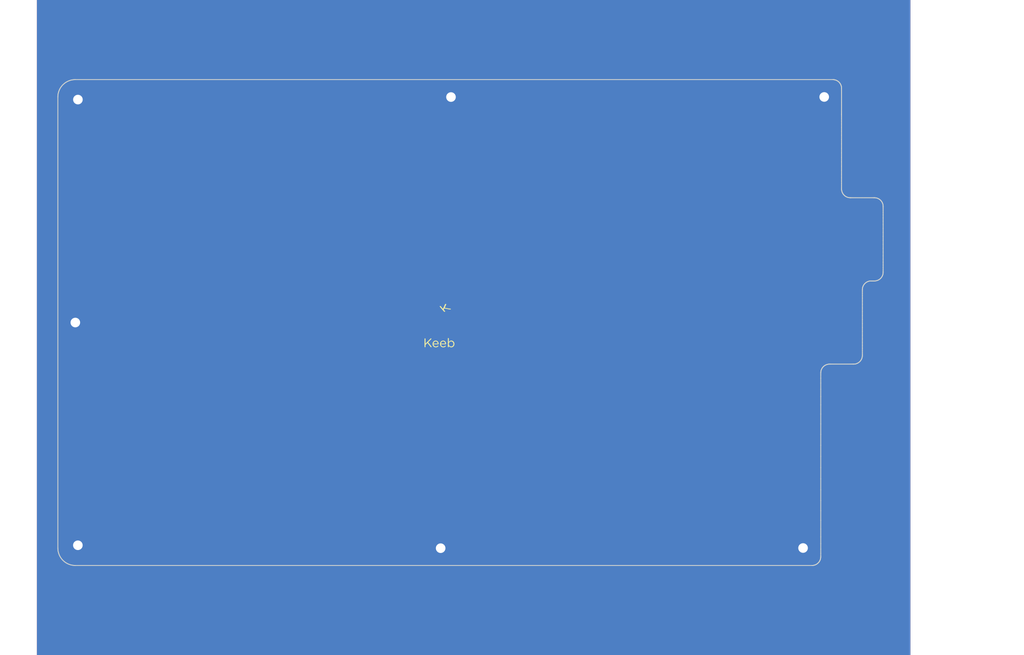
<source format=kicad_pcb>
(kicad_pcb (version 20171130) (host pcbnew "(6.0.0-rc1-dev-308-g8b60127)")

  (general
    (thickness 1.6)
    (drawings 470)
    (tracks 0)
    (zones 0)
    (modules 9)
    (nets 2)
  )

  (page A4)
  (layers
    (0 F.Cu signal)
    (31 B.Cu signal)
    (32 B.Adhes user)
    (33 F.Adhes user)
    (34 B.Paste user)
    (35 F.Paste user)
    (36 B.SilkS user)
    (37 F.SilkS user)
    (38 B.Mask user)
    (39 F.Mask user)
    (40 Dwgs.User user)
    (41 Cmts.User user)
    (42 Eco1.User user)
    (43 Eco2.User user)
    (44 Edge.Cuts user)
    (45 Margin user)
    (46 B.CrtYd user)
    (47 F.CrtYd user)
    (48 B.Fab user)
    (49 F.Fab user)
  )

  (setup
    (last_trace_width 0.25)
    (trace_clearance 0.2)
    (zone_clearance 0.508)
    (zone_45_only yes)
    (trace_min 0.2)
    (via_size 0.8)
    (via_drill 0.4)
    (via_min_size 0.4)
    (via_min_drill 0.3)
    (uvia_size 0.3)
    (uvia_drill 0.1)
    (uvias_allowed no)
    (uvia_min_size 0.2)
    (uvia_min_drill 0.1)
    (edge_width 0.15)
    (segment_width 0.2)
    (pcb_text_width 0.3)
    (pcb_text_size 1.5 1.5)
    (mod_edge_width 0.15)
    (mod_text_size 1 1)
    (mod_text_width 0.15)
    (pad_size 0.6 0.6)
    (pad_drill 0.3)
    (pad_to_mask_clearance 0.2)
    (aux_axis_origin 0 0)
    (visible_elements FFFFFF7F)
    (pcbplotparams
      (layerselection 0x010a0_7fffffff)
      (usegerberextensions false)
      (usegerberattributes false)
      (usegerberadvancedattributes false)
      (creategerberjobfile false)
      (excludeedgelayer true)
      (linewidth 0.100000)
      (plotframeref false)
      (viasonmask false)
      (mode 1)
      (useauxorigin false)
      (hpglpennumber 1)
      (hpglpenspeed 20)
      (hpglpendiameter 15.000000)
      (psnegative false)
      (psa4output false)
      (plotreference true)
      (plotvalue true)
      (plotinvisibletext false)
      (padsonsilk false)
      (subtractmaskfromsilk false)
      (outputformat 1)
      (mirror false)
      (drillshape 0)
      (scaleselection 1)
      (outputdirectory "../gerbers/plate-quefrency65-right-bottom"))
  )

  (net 0 "")
  (net 1 GND)

  (net_class Default "This is the default net class."
    (clearance 0.2)
    (trace_width 0.25)
    (via_dia 0.8)
    (via_drill 0.4)
    (uvia_dia 0.3)
    (uvia_drill 0.1)
  )

  (net_class "Power Tracks" ""
    (clearance 0.2)
    (trace_width 0.38)
    (via_dia 0.8)
    (via_drill 0.4)
    (uvia_dia 0.3)
    (uvia_drill 0.1)
  )

  (module Mounting_Holes:MountingHole_2.2mm_M2 (layer B.Cu) (tedit 5B2D3099) (tstamp 5B2D393C)
    (at 108.815 22.23 180)
    (descr "Mounting Hole 2.2mm, no annular, M2")
    (tags "mounting hole 2.2mm no annular m2")
    (attr virtual)
    (fp_text reference REF** (at 0 3.2 180) (layer B.SilkS) hide
      (effects (font (size 1 1) (thickness 0.15)) (justify mirror))
    )
    (fp_text value MountingHole_2.2mm_M2 (at 0 -3.2 180) (layer B.Fab) hide
      (effects (font (size 1 1) (thickness 0.15)) (justify mirror))
    )
    (fp_text user %R (at 0.3 0 180) (layer B.Fab)
      (effects (font (size 1 1) (thickness 0.15)) (justify mirror))
    )
    (fp_circle (center 0 0) (end 2.2 0) (layer Cmts.User) (width 0.15))
    (fp_circle (center 0 0) (end 2.45 0) (layer B.CrtYd) (width 0.05))
    (pad 1 np_thru_hole circle (at 0 0 180) (size 2.2 2.2) (drill 2.2) (layers *.Cu *.Mask))
  )

  (module Mounting_Holes:MountingHole_2.2mm_M2 (layer B.Cu) (tedit 5B2D3099) (tstamp 5B2D392E)
    (at 23.39 22.81 180)
    (descr "Mounting Hole 2.2mm, no annular, M2")
    (tags "mounting hole 2.2mm no annular m2")
    (attr virtual)
    (fp_text reference REF** (at 0 3.2 180) (layer B.SilkS) hide
      (effects (font (size 1 1) (thickness 0.15)) (justify mirror))
    )
    (fp_text value MountingHole_2.2mm_M2 (at 0 -3.2 180) (layer B.Fab) hide
      (effects (font (size 1 1) (thickness 0.15)) (justify mirror))
    )
    (fp_circle (center 0 0) (end 2.45 0) (layer B.CrtYd) (width 0.05))
    (fp_circle (center 0 0) (end 2.2 0) (layer Cmts.User) (width 0.15))
    (fp_text user %R (at 0.3 0 180) (layer B.Fab)
      (effects (font (size 1 1) (thickness 0.15)) (justify mirror))
    )
    (pad 1 np_thru_hole circle (at 0 0 180) (size 2.2 2.2) (drill 2.2) (layers *.Cu *.Mask))
  )

  (module Mounting_Holes:MountingHole_2.2mm_M2 (layer B.Cu) (tedit 5B2D3099) (tstamp 5B2D3920)
    (at 22.8 73.86 180)
    (descr "Mounting Hole 2.2mm, no annular, M2")
    (tags "mounting hole 2.2mm no annular m2")
    (attr virtual)
    (fp_text reference REF** (at 0 3.2 180) (layer B.SilkS) hide
      (effects (font (size 1 1) (thickness 0.15)) (justify mirror))
    )
    (fp_text value MountingHole_2.2mm_M2 (at 0 -3.2 180) (layer B.Fab) hide
      (effects (font (size 1 1) (thickness 0.15)) (justify mirror))
    )
    (fp_text user %R (at 0.3 0 180) (layer B.Fab)
      (effects (font (size 1 1) (thickness 0.15)) (justify mirror))
    )
    (fp_circle (center 0 0) (end 2.2 0) (layer Cmts.User) (width 0.15))
    (fp_circle (center 0 0) (end 2.45 0) (layer B.CrtYd) (width 0.05))
    (pad 1 np_thru_hole circle (at 0 0 180) (size 2.2 2.2) (drill 2.2) (layers *.Cu *.Mask))
  )

  (module Mounting_Holes:MountingHole_2.2mm_M2 (layer B.Cu) (tedit 5B2D3099) (tstamp 5B2D3912)
    (at 23.38 124.86 180)
    (descr "Mounting Hole 2.2mm, no annular, M2")
    (tags "mounting hole 2.2mm no annular m2")
    (attr virtual)
    (fp_text reference REF** (at 0 3.2 180) (layer B.SilkS) hide
      (effects (font (size 1 1) (thickness 0.15)) (justify mirror))
    )
    (fp_text value MountingHole_2.2mm_M2 (at 0 -3.2 180) (layer B.Fab) hide
      (effects (font (size 1 1) (thickness 0.15)) (justify mirror))
    )
    (fp_circle (center 0 0) (end 2.45 0) (layer B.CrtYd) (width 0.05))
    (fp_circle (center 0 0) (end 2.2 0) (layer Cmts.User) (width 0.15))
    (fp_text user %R (at 0.3 0 180) (layer B.Fab)
      (effects (font (size 1 1) (thickness 0.15)) (justify mirror))
    )
    (pad 1 np_thru_hole circle (at 0 0 180) (size 2.2 2.2) (drill 2.2) (layers *.Cu *.Mask))
  )

  (module Mounting_Holes:MountingHole_2.2mm_M2 (layer B.Cu) (tedit 5B2D3099) (tstamp 5B2D3904)
    (at 106.445 125.53 180)
    (descr "Mounting Hole 2.2mm, no annular, M2")
    (tags "mounting hole 2.2mm no annular m2")
    (attr virtual)
    (fp_text reference REF** (at 0 3.2 180) (layer B.SilkS) hide
      (effects (font (size 1 1) (thickness 0.15)) (justify mirror))
    )
    (fp_text value MountingHole_2.2mm_M2 (at 0 -3.2 180) (layer B.Fab) hide
      (effects (font (size 1 1) (thickness 0.15)) (justify mirror))
    )
    (fp_text user %R (at 0.3 0 180) (layer B.Fab)
      (effects (font (size 1 1) (thickness 0.15)) (justify mirror))
    )
    (fp_circle (center 0 0) (end 2.2 0) (layer Cmts.User) (width 0.15))
    (fp_circle (center 0 0) (end 2.45 0) (layer B.CrtYd) (width 0.05))
    (pad 1 np_thru_hole circle (at 0 0 180) (size 2.2 2.2) (drill 2.2) (layers *.Cu *.Mask))
  )

  (module Mounting_Holes:MountingHole_2.2mm_M2 (layer B.Cu) (tedit 5B2D3099) (tstamp 5B2D38F6)
    (at 189.43 125.49 180)
    (descr "Mounting Hole 2.2mm, no annular, M2")
    (tags "mounting hole 2.2mm no annular m2")
    (attr virtual)
    (fp_text reference REF** (at 0 3.2 180) (layer B.SilkS) hide
      (effects (font (size 1 1) (thickness 0.15)) (justify mirror))
    )
    (fp_text value MountingHole_2.2mm_M2 (at 0 -3.2 180) (layer B.Fab) hide
      (effects (font (size 1 1) (thickness 0.15)) (justify mirror))
    )
    (fp_circle (center 0 0) (end 2.45 0) (layer B.CrtYd) (width 0.05))
    (fp_circle (center 0 0) (end 2.2 0) (layer Cmts.User) (width 0.15))
    (fp_text user %R (at 0.3 0 180) (layer B.Fab)
      (effects (font (size 1 1) (thickness 0.15)) (justify mirror))
    )
    (pad 1 np_thru_hole circle (at 0 0 180) (size 2.2 2.2) (drill 2.2) (layers *.Cu *.Mask))
  )

  (module Mounting_Holes:MountingHole_2.2mm_M2 (layer B.Cu) (tedit 5B2D3099) (tstamp 5B2D38C5)
    (at 194.27 22.21 180)
    (descr "Mounting Hole 2.2mm, no annular, M2")
    (tags "mounting hole 2.2mm no annular m2")
    (attr virtual)
    (fp_text reference REF** (at 0 3.2 180) (layer B.SilkS) hide
      (effects (font (size 1 1) (thickness 0.15)) (justify mirror))
    )
    (fp_text value MountingHole_2.2mm_M2 (at 0 -3.2 180) (layer B.Fab) hide
      (effects (font (size 1 1) (thickness 0.15)) (justify mirror))
    )
    (fp_text user %R (at 0.3 0 180) (layer B.Fab)
      (effects (font (size 1 1) (thickness 0.15)) (justify mirror))
    )
    (fp_circle (center 0 0) (end 2.2 0) (layer Cmts.User) (width 0.15))
    (fp_circle (center 0 0) (end 2.45 0) (layer B.CrtYd) (width 0.05))
    (pad 1 np_thru_hole circle (at 0 0 180) (size 2.2 2.2) (drill 2.2) (layers *.Cu *.Mask))
  )

  (module Keebio-Art:Keebio-TwoTone (layer F.Cu) (tedit 0) (tstamp 5B2D4009)
    (at 107.525 73.86)
    (fp_text reference G*** (at 0 0) (layer F.SilkS) hide
      (effects (font (size 1.524 1.524) (thickness 0.3)))
    )
    (fp_text value LOGO (at 0.75 0) (layer F.SilkS) hide
      (effects (font (size 1.524 1.524) (thickness 0.3)))
    )
    (fp_poly (pts (xy 0.089865 -4.266584) (xy 0.136162 -4.252784) (xy 0.14846 -4.246309) (xy 0.179812 -4.222282)
      (xy 0.200946 -4.194445) (xy 0.209509 -4.166438) (xy 0.208365 -4.153599) (xy 0.203864 -4.142336)
      (xy 0.192807 -4.117391) (xy 0.175938 -4.080366) (xy 0.153997 -4.03286) (xy 0.127727 -3.976472)
      (xy 0.097869 -3.912803) (xy 0.065167 -3.843451) (xy 0.033646 -3.77693) (xy -0.000772 -3.704063)
      (xy -0.032745 -3.635595) (xy -0.061567 -3.573097) (xy -0.086532 -3.518135) (xy -0.106934 -3.472279)
      (xy -0.122066 -3.437098) (xy -0.131221 -3.414159) (xy -0.133756 -3.405203) (xy -0.124645 -3.398844)
      (xy -0.100271 -3.390207) (xy -0.062112 -3.37957) (xy -0.011646 -3.367208) (xy 0.04965 -3.353398)
      (xy 0.120299 -3.338417) (xy 0.198824 -3.322541) (xy 0.283746 -3.306045) (xy 0.373589 -3.289207)
      (xy 0.466874 -3.272303) (xy 0.562126 -3.255608) (xy 0.657866 -3.2394) (xy 0.752616 -3.223954)
      (xy 0.844901 -3.209548) (xy 0.933241 -3.196457) (xy 1.01616 -3.184957) (xy 1.09218 -3.175326)
      (xy 1.100667 -3.17432) (xy 1.154358 -3.16668) (xy 1.19383 -3.157609) (xy 1.221789 -3.146139)
      (xy 1.240943 -3.1313) (xy 1.248723 -3.121324) (xy 1.262648 -3.088029) (xy 1.261133 -3.056725)
      (xy 1.245661 -3.028909) (xy 1.217718 -3.006078) (xy 1.178789 -2.98973) (xy 1.130358 -2.981362)
      (xy 1.109133 -2.980585) (xy 1.073188 -2.981759) (xy 1.028648 -2.985437) (xy 0.974705 -2.991757)
      (xy 0.91055 -3.000859) (xy 0.835372 -3.012881) (xy 0.748364 -3.027963) (xy 0.648716 -3.046243)
      (xy 0.535619 -3.067862) (xy 0.408263 -3.092957) (xy 0.26584 -3.121669) (xy 0.147888 -3.145816)
      (xy 0.072965 -3.161152) (xy 0.002726 -3.175362) (xy -0.060994 -3.188086) (xy -0.116359 -3.198965)
      (xy -0.161531 -3.207641) (xy -0.194676 -3.213754) (xy -0.213958 -3.216945) (xy -0.217742 -3.217333)
      (xy -0.225887 -3.214884) (xy -0.235249 -3.206225) (xy -0.24711 -3.189388) (xy -0.262749 -3.162407)
      (xy -0.283446 -3.123312) (xy -0.300014 -3.090877) (xy -0.321486 -3.047252) (xy -0.339897 -3.007493)
      (xy -0.353936 -2.974618) (xy -0.362295 -2.951647) (xy -0.364067 -2.943198) (xy -0.361035 -2.933209)
      (xy -0.351252 -2.917818) (xy -0.333683 -2.895826) (xy -0.307297 -2.866031) (xy -0.271058 -2.82723)
      (xy -0.223935 -2.778224) (xy -0.208854 -2.76272) (xy -0.166646 -2.719102) (xy -0.128041 -2.678621)
      (xy -0.094735 -2.643099) (xy -0.068419 -2.614358) (xy -0.050786 -2.594221) (xy -0.043754 -2.584989)
      (xy -0.034417 -2.551496) (xy -0.041801 -2.51848) (xy -0.052222 -2.502016) (xy -0.083014 -2.475813)
      (xy -0.123818 -2.459823) (xy -0.170851 -2.454443) (xy -0.220326 -2.46007) (xy -0.268458 -2.477102)
      (xy -0.272083 -2.478941) (xy -0.289261 -2.489253) (xy -0.308398 -2.503845) (xy -0.331119 -2.524306)
      (xy -0.359048 -2.552222) (xy -0.393809 -2.589182) (xy -0.437027 -2.636775) (xy -0.461433 -2.664066)
      (xy -0.511634 -2.72094) (xy -0.568004 -2.785706) (xy -0.626356 -2.853493) (xy -0.682504 -2.919434)
      (xy -0.732261 -2.978661) (xy -0.740833 -2.988979) (xy -0.785471 -3.042578) (xy -0.837689 -3.104886)
      (xy -0.894014 -3.171783) (xy -0.950974 -3.239148) (xy -1.005094 -3.302864) (xy -1.03625 -3.339371)
      (xy -1.10431 -3.419477) (xy -1.161366 -3.487836) (xy -1.207931 -3.545113) (xy -1.244523 -3.591973)
      (xy -1.271654 -3.629079) (xy -1.28984 -3.657097) (xy -1.299597 -3.676691) (xy -1.30097 -3.681076)
      (xy -1.300506 -3.709839) (xy -1.286123 -3.735664) (xy -1.260761 -3.757208) (xy -1.227358 -3.77313)
      (xy -1.188853 -3.782086) (xy -1.148186 -3.782735) (xy -1.108296 -3.773734) (xy -1.102821 -3.771577)
      (xy -1.07799 -3.75923) (xy -1.057678 -3.745904) (xy -1.055502 -3.74406) (xy -1.046492 -3.733985)
      (xy -1.028526 -3.712222) (xy -1.002981 -3.680498) (xy -0.971232 -3.640542) (xy -0.934657 -3.594081)
      (xy -0.894632 -3.542843) (xy -0.871967 -3.513667) (xy -0.810719 -3.435334) (xy -0.754735 -3.365073)
      (xy -0.704727 -3.303722) (xy -0.661407 -3.252117) (xy -0.625486 -3.211097) (xy -0.597676 -3.181499)
      (xy -0.578689 -3.16416) (xy -0.571263 -3.15982) (xy -0.566406 -3.159334) (xy -0.561342 -3.161458)
      (xy -0.555209 -3.167733) (xy -0.54715 -3.179702) (xy -0.536303 -3.198905) (xy -0.521809 -3.226885)
      (xy -0.502809 -3.265185) (xy -0.478443 -3.315344) (xy -0.447851 -3.378907) (xy -0.44006 -3.395133)
      (xy -0.393083 -3.493298) (xy -0.352287 -3.579282) (xy -0.316312 -3.656066) (xy -0.283795 -3.726631)
      (xy -0.253376 -3.793956) (xy -0.223693 -3.861022) (xy -0.193385 -3.930809) (xy -0.163558 -4.0005)
      (xy -0.141336 -4.052163) (xy -0.120281 -4.100106) (xy -0.101639 -4.141568) (xy -0.086656 -4.17379)
      (xy -0.076579 -4.194012) (xy -0.074638 -4.197425) (xy -0.044407 -4.231661) (xy -0.004315 -4.255169)
      (xy 0.041741 -4.267094) (xy 0.089865 -4.266584)) (layer F.SilkS) (width 0.001))
    (fp_poly (pts (xy 0.650962 -5.685838) (xy 0.774536 -5.667516) (xy 0.892419 -5.634696) (xy 1.003339 -5.587579)
      (xy 1.106024 -5.52637) (xy 1.123655 -5.513782) (xy 1.136841 -5.50231) (xy 1.161257 -5.479088)
      (xy 1.196425 -5.444603) (xy 1.241868 -5.39934) (xy 1.297111 -5.343785) (xy 1.361675 -5.278423)
      (xy 1.435084 -5.20374) (xy 1.51686 -5.120222) (xy 1.606527 -5.028353) (xy 1.703607 -4.928621)
      (xy 1.807624 -4.82151) (xy 1.9181 -4.707505) (xy 2.034559 -4.587094) (xy 2.069588 -4.550833)
      (xy 2.172965 -4.443801) (xy 2.274306 -4.338895) (xy 2.372869 -4.236881) (xy 2.467913 -4.138527)
      (xy 2.558696 -4.044597) (xy 2.644479 -3.95586) (xy 2.724518 -3.873081) (xy 2.798073 -3.797027)
      (xy 2.864404 -3.728464) (xy 2.922768 -3.668158) (xy 2.972424 -3.616877) (xy 3.012632 -3.575387)
      (xy 3.04265 -3.544454) (xy 3.061738 -3.524844) (xy 3.063262 -3.523284) (xy 3.095353 -3.489958)
      (xy 3.123513 -3.459262) (xy 3.149683 -3.42868) (xy 3.175804 -3.395694) (xy 3.203817 -3.357787)
      (xy 3.235665 -3.31244) (xy 3.273287 -3.257138) (xy 3.304858 -3.210018) (xy 3.503128 -2.903803)
      (xy 3.685741 -2.602619) (xy 3.852976 -2.305775) (xy 4.005113 -2.012583) (xy 4.142434 -1.722351)
      (xy 4.265218 -1.434391) (xy 4.373745 -1.148012) (xy 4.468296 -0.862526) (xy 4.549151 -0.577241)
      (xy 4.616589 -0.291469) (xy 4.670893 -0.004519) (xy 4.706992 0.2413) (xy 4.719665 0.341156)
      (xy 4.73014 0.425808) (xy 4.738471 0.496834) (xy 4.744708 0.555814) (xy 4.748904 0.604325)
      (xy 4.751112 0.643947) (xy 4.751384 0.676258) (xy 4.749772 0.702837) (xy 4.746328 0.725263)
      (xy 4.741104 0.745115) (xy 4.734154 0.763971) (xy 4.725528 0.78341) (xy 4.72498 0.784583)
      (xy 4.686514 0.847215) (xy 4.63344 0.903057) (xy 4.567194 0.950744) (xy 4.528959 0.971404)
      (xy 4.515472 0.977705) (xy 4.487171 0.990686) (xy 4.44468 1.010067) (xy 4.38862 1.035565)
      (xy 4.319614 1.066898) (xy 4.238285 1.103786) (xy 4.145255 1.145947) (xy 4.041146 1.193098)
      (xy 3.926581 1.244959) (xy 3.802183 1.301247) (xy 3.668574 1.361682) (xy 3.526376 1.42598)
      (xy 3.376212 1.493862) (xy 3.218705 1.565045) (xy 3.054477 1.639248) (xy 2.884149 1.716189)
      (xy 2.708346 1.795586) (xy 2.527689 1.877158) (xy 2.342801 1.960623) (xy 2.154305 2.0457)
      (xy 2.150533 2.047402) (xy 1.958321 2.134148) (xy 1.767896 2.220092) (xy 1.579987 2.304903)
      (xy 1.395323 2.388254) (xy 1.214631 2.469815) (xy 1.03864 2.549257) (xy 0.868078 2.626253)
      (xy 0.703673 2.700472) (xy 0.546155 2.771586) (xy 0.39625 2.839267) (xy 0.254687 2.903185)
      (xy 0.122195 2.963012) (xy -0.000498 3.018418) (xy -0.112664 3.069076) (xy -0.213574 3.114656)
      (xy -0.302501 3.154829) (xy -0.378715 3.189266) (xy -0.44149 3.21764) (xy -0.490095 3.23962)
      (xy -0.516467 3.251554) (xy -0.613037 3.294947) (xy -0.700125 3.333394) (xy -0.776722 3.366472)
      (xy -0.84182 3.393756) (xy -0.89441 3.414819) (xy -0.933482 3.429239) (xy -0.9525 3.43522)
      (xy -1.017316 3.448992) (xy -1.087868 3.457447) (xy -1.158562 3.460321) (xy -1.223806 3.457349)
      (xy -1.27 3.450212) (xy -1.341945 3.426991) (xy -1.417036 3.389887) (xy -1.492258 3.340789)
      (xy -1.564595 3.281586) (xy -1.609759 3.237403) (xy -1.619876 3.225655) (xy -1.639809 3.201461)
      (xy -1.668884 3.165665) (xy -1.689369 3.140263) (xy -1.025554 3.140263) (xy -1.001727 3.133133)
      (xy -0.988102 3.127895) (xy -0.961236 3.116574) (xy -0.923297 3.10012) (xy -0.876447 3.079482)
      (xy -0.822852 3.055607) (xy -0.764677 3.029446) (xy -0.7493 3.022491) (xy -0.723268 3.010716)
      (xy -0.682455 2.992273) (xy -0.627516 2.967457) (xy -0.559107 2.936564) (xy -0.477881 2.899889)
      (xy -0.384494 2.857728) (xy -0.279601 2.810377) (xy -0.163856 2.758131) (xy -0.037914 2.701285)
      (xy 0.09757 2.640135) (xy 0.241942 2.574977) (xy 0.394546 2.506106) (xy 0.554729 2.433817)
      (xy 0.721834 2.358406) (xy 0.895208 2.280169) (xy 1.074195 2.199401) (xy 1.258141 2.116398)
      (xy 1.446391 2.031455) (xy 1.63829 1.944867) (xy 1.833184 1.856931) (xy 1.926167 1.814978)
      (xy 2.119833 1.727592) (xy 2.309647 1.641936) (xy 2.495018 1.558276) (xy 2.675358 1.476877)
      (xy 2.850078 1.398006) (xy 3.018589 1.321928) (xy 3.1803 1.248911) (xy 3.334625 1.179219)
      (xy 3.480973 1.11312) (xy 3.618754 1.050879) (xy 3.747382 0.992763) (xy 3.866265 0.939038)
      (xy 3.974815 0.88997) (xy 4.072443 0.845824) (xy 4.15856 0.806868) (xy 4.232576 0.773367)
      (xy 4.293904 0.745588) (xy 4.341952 0.723796) (xy 4.376134 0.708258) (xy 4.395858 0.69924)
      (xy 4.400676 0.696987) (xy 4.421762 0.684632) (xy 4.4365 0.673062) (xy 4.437432 0.672017)
      (xy 4.440381 0.658742) (xy 4.440696 0.63059) (xy 4.438603 0.589373) (xy 4.434332 0.536904)
      (xy 4.428109 0.474995) (xy 4.420163 0.40546) (xy 4.410721 0.330109) (xy 4.400011 0.250757)
      (xy 4.388262 0.169215) (xy 4.3757 0.087295) (xy 4.362554 0.006811) (xy 4.349052 -0.070425)
      (xy 4.335421 -0.1426) (xy 4.334376 -0.147876) (xy 4.271668 -0.429253) (xy 4.195296 -0.71039)
      (xy 4.104963 -0.991994) (xy 4.000375 -1.274766) (xy 3.881235 -1.559412) (xy 3.74725 -1.846634)
      (xy 3.598123 -2.137137) (xy 3.433559 -2.431624) (xy 3.253263 -2.7308) (xy 3.24467 -2.744552)
      (xy 3.145804 -2.902537) (xy 3.088839 -2.848799) (xy 3.054341 -2.817784) (xy 3.017834 -2.788374)
      (xy 2.977012 -2.759063) (xy 2.929569 -2.728342) (xy 2.873202 -2.694704) (xy 2.805605 -2.656642)
      (xy 2.742564 -2.622355) (xy 2.452807 -2.469541) (xy 2.172026 -2.327761) (xy 1.897537 -2.195771)
      (xy 1.626655 -2.072328) (xy 1.356696 -1.956185) (xy 1.084977 -1.846099) (xy 0.982133 -1.806145)
      (xy 0.94746 -1.792874) (xy 0.912187 -1.779481) (xy 0.875092 -1.765519) (xy 0.834956 -1.750543)
      (xy 0.790557 -1.734107) (xy 0.740675 -1.715766) (xy 0.684089 -1.695072) (xy 0.619579 -1.671582)
      (xy 0.545923 -1.644848) (xy 0.461901 -1.614425) (xy 0.366292 -1.579867) (xy 0.257876 -1.540729)
      (xy 0.135432 -1.496563) (xy 0.059809 -1.469299) (xy -0.049694 -1.430422) (xy -0.145588 -1.397748)
      (xy -0.229799 -1.370744) (xy -0.304252 -1.348874) (xy -0.370874 -1.331602) (xy -0.431589 -1.318394)
      (xy -0.488323 -1.308715) (xy -0.541648 -1.302164) (xy -0.641623 -1.292168) (xy -0.645792 -1.253567)
      (xy -0.647749 -1.236818) (xy -0.651576 -1.205302) (xy -0.65702 -1.161055) (xy -0.663828 -1.10611)
      (xy -0.671749 -1.042502) (xy -0.680531 -0.972265) (xy -0.68992 -0.897433) (xy -0.69311 -0.872067)
      (xy -0.733344 -0.53884) (xy -0.772116 -0.190659) (xy -0.809261 0.170545) (xy -0.844614 0.542843)
      (xy -0.878011 0.924304) (xy -0.909288 1.313) (xy -0.938281 1.707) (xy -0.964824 2.104374)
      (xy -0.988754 2.503192) (xy -1.002938 2.764367) (xy -1.006456 2.830974) (xy -1.009961 2.895447)
      (xy -1.013288 2.954872) (xy -1.016269 3.006336) (xy -1.018739 3.046928) (xy -1.020532 3.073735)
      (xy -1.020633 3.075082) (xy -1.025554 3.140263) (xy -1.689369 3.140263) (xy -1.706426 3.119113)
      (xy -1.751761 3.062649) (xy -1.804213 2.997119) (xy -1.863107 2.923368) (xy -1.92777 2.842241)
      (xy -1.997525 2.754582) (xy -2.071698 2.661238) (xy -2.149615 2.563052) (xy -2.2306 2.46087)
      (xy -2.312057 2.357967) (xy -2.399441 2.247517) (xy -2.495997 2.125487) (xy -2.600385 1.993572)
      (xy -2.711264 1.853466) (xy -2.827291 1.706864) (xy -2.947126 1.55546) (xy -3.069428 1.400948)
      (xy -3.192856 1.245023) (xy -3.316068 1.089379) (xy -3.437723 0.93571) (xy -3.55648 0.785711)
      (xy -3.670998 0.641076) (xy -3.779936 0.5035) (xy -3.809895 0.465667) (xy -3.903839 0.347032)
      (xy -3.995577 0.231179) (xy -4.084494 0.118883) (xy -4.169976 0.01092) (xy -4.251409 -0.091933)
      (xy -4.328178 -0.188901) (xy -4.399669 -0.279207) (xy -4.465268 -0.362077) (xy -4.524361 -0.436732)
      (xy -4.576333 -0.502398) (xy -4.62057 -0.558299) (xy -4.656458 -0.603658) (xy -4.683382 -0.6377)
      (xy -4.700728 -0.659648) (xy -4.705774 -0.666043) (xy -4.766919 -0.743653) (xy -4.757462 -0.835672)
      (xy -4.452219 -0.835672) (xy -2.940373 1.074414) (xy -2.814491 1.233417) (xy -2.691061 1.389249)
      (xy -2.570513 1.541368) (xy -2.453281 1.689231) (xy -2.339795 1.832295) (xy -2.230487 1.97002)
      (xy -2.125789 2.101861) (xy -2.026133 2.227277) (xy -1.931949 2.345726) (xy -1.843671 2.456665)
      (xy -1.761729 2.559553) (xy -1.686555 2.653845) (xy -1.618581 2.739002) (xy -1.558239 2.814479)
      (xy -1.505959 2.879735) (xy -1.462175 2.934227) (xy -1.427316 2.977413) (xy -1.401816 3.008751)
      (xy -1.386106 3.027699) (xy -1.381358 3.033104) (xy -1.358876 3.054927) (xy -1.340785 3.070001)
      (xy -1.330171 3.075834) (xy -1.328929 3.075437) (xy -1.327275 3.065782) (xy -1.324969 3.04121)
      (xy -1.322146 3.003718) (xy -1.318939 2.955304) (xy -1.315483 2.897965) (xy -1.31191 2.833699)
      (xy -1.309193 2.7813) (xy -1.291377 2.449588) (xy -1.270967 2.110331) (xy -1.248194 1.766447)
      (xy -1.223289 1.420851) (xy -1.196482 1.076461) (xy -1.168002 0.736192) (xy -1.138081 0.402962)
      (xy -1.106948 0.079686) (xy -1.074835 -0.230717) (xy -1.062152 -0.347133) (xy -1.053764 -0.42204)
      (xy -1.044511 -0.502992) (xy -1.034607 -0.588255) (xy -1.024263 -0.676098) (xy -1.013694 -0.764787)
      (xy -1.00311 -0.85259) (xy -0.992725 -0.937773) (xy -0.982753 -1.018603) (xy -0.973405 -1.093347)
      (xy -0.964894 -1.160274) (xy -0.957434 -1.217648) (xy -0.951236 -1.263739) (xy -0.946514 -1.296812)
      (xy -0.94348 -1.315135) (xy -0.943103 -1.316844) (xy -0.943029 -1.324978) (xy -0.948797 -1.332652)
      (xy -0.962875 -1.34136) (xy -0.987732 -1.352594) (xy -1.025839 -1.367849) (xy -1.030361 -1.369609)
      (xy -1.086513 -1.392618) (xy -1.138585 -1.416819) (xy -1.188272 -1.443486) (xy -1.237272 -1.473896)
      (xy -1.287281 -1.509323) (xy -1.339997 -1.551043) (xy -1.397116 -1.600331) (xy -1.460335 -1.658463)
      (xy -1.531351 -1.726714) (xy -1.611861 -1.806358) (xy -1.613063 -1.80756) (xy -1.757182 -1.953932)
      (xy -1.897602 -2.101401) (xy -2.03662 -2.252521) (xy -2.176531 -2.409842) (xy -2.319632 -2.575918)
      (xy -2.468218 -2.753301) (xy -2.515711 -2.810933) (xy -2.570849 -2.878568) (xy -2.62923 -2.951059)
      (xy -2.689795 -3.027026) (xy -2.751483 -3.105091) (xy -2.813236 -3.183873) (xy -2.873993 -3.261993)
      (xy -2.932695 -3.338073) (xy -2.988283 -3.410732) (xy -3.039697 -3.478592) (xy -3.085877 -3.540272)
      (xy -3.125765 -3.594394) (xy -3.1583 -3.639578) (xy -3.182422 -3.674444) (xy -3.197073 -3.697614)
      (xy -3.197828 -3.698964) (xy -3.213077 -3.726396) (xy -3.225133 -3.747604) (xy -3.231719 -3.758595)
      (xy -3.232119 -3.759146) (xy -3.235613 -3.758922) (xy -3.242896 -3.752826) (xy -3.254921 -3.73969)
      (xy -3.272642 -3.718342) (xy -3.297014 -3.687616) (xy -3.328988 -3.64634) (xy -3.369521 -3.593348)
      (xy -3.398768 -3.554885) (xy -3.520991 -3.38807) (xy -3.632265 -3.223431) (xy -3.735543 -3.056185)
      (xy -3.833783 -2.881548) (xy -3.929002 -2.696633) (xy -4.048757 -2.437621) (xy -4.153031 -2.175858)
      (xy -4.242247 -1.909902) (xy -4.316824 -1.638306) (xy -4.377183 -1.359625) (xy -4.423745 -1.072416)
      (xy -4.440235 -0.940653) (xy -4.452219 -0.835672) (xy -4.757462 -0.835672) (xy -4.749662 -0.911576)
      (xy -4.710001 -1.221284) (xy -4.65537 -1.52346) (xy -4.585618 -1.818465) (xy -4.500593 -2.106661)
      (xy -4.400146 -2.388408) (xy -4.284126 -2.664067) (xy -4.152381 -2.933999) (xy -4.00476 -3.198565)
      (xy -3.841114 -3.458127) (xy -3.661291 -3.713043) (xy -3.483508 -3.941233) (xy -3.458427 -3.970982)
      (xy -2.975943 -3.970982) (xy -2.970503 -3.930781) (xy -2.952849 -3.883952) (xy -2.934476 -3.849981)
      (xy -2.915266 -3.820523) (xy -2.886231 -3.779356) (xy -2.848395 -3.727771) (xy -2.802784 -3.667059)
      (xy -2.750424 -3.598509) (xy -2.692341 -3.523413) (xy -2.629561 -3.44306) (xy -2.563108 -3.358742)
      (xy -2.494009 -3.271748) (xy -2.423289 -3.18337) (xy -2.351975 -3.094898) (xy -2.281091 -3.007622)
      (xy -2.211664 -2.922832) (xy -2.144719 -2.84182) (xy -2.081282 -2.765875) (xy -2.022378 -2.696289)
      (xy -1.969034 -2.634351) (xy -1.960584 -2.624667) (xy -1.89032 -2.545181) (xy -1.816579 -2.463381)
      (xy -1.740571 -2.380503) (xy -1.663503 -2.297783) (xy -1.586582 -2.216458) (xy -1.511017 -2.137765)
      (xy -1.438014 -2.062939) (xy -1.368782 -1.993216) (xy -1.304529 -1.929835) (xy -1.246462 -1.874029)
      (xy -1.195788 -1.827037) (xy -1.153717 -1.790095) (xy -1.121455 -1.764438) (xy -1.1176 -1.761684)
      (xy -1.014003 -1.697247) (xy -0.910226 -1.649201) (xy -0.805119 -1.617034) (xy -0.783167 -1.612327)
      (xy -0.733169 -1.605966) (xy -0.671964 -1.603739) (xy -0.604712 -1.605447) (xy -0.536576 -1.610888)
      (xy -0.472715 -1.619862) (xy -0.4445 -1.625499) (xy -0.411982 -1.634014) (xy -0.365138 -1.648046)
      (xy -0.305461 -1.66706) (xy -0.234438 -1.690523) (xy -0.153563 -1.717897) (xy -0.064323 -1.74865)
      (xy 0.031791 -1.782246) (xy 0.133288 -1.818151) (xy 0.238678 -1.855828) (xy 0.346471 -1.894745)
      (xy 0.455176 -1.934365) (xy 0.563305 -1.974154) (xy 0.669366 -2.013578) (xy 0.771868 -2.052101)
      (xy 0.869323 -2.089188) (xy 0.960239 -2.124306) (xy 1.043127 -2.156918) (xy 1.100667 -2.180037)
      (xy 1.396201 -2.30443) (xy 1.69922 -2.440385) (xy 2.006475 -2.586364) (xy 2.314717 -2.740832)
      (xy 2.56211 -2.870706) (xy 2.632371 -2.90856) (xy 2.689561 -2.93993) (xy 2.735681 -2.966058)
      (xy 2.772728 -2.988183) (xy 2.802701 -3.007548) (xy 2.827598 -3.025394) (xy 2.84942 -3.04296)
      (xy 2.870163 -3.061489) (xy 2.871731 -3.062952) (xy 2.906959 -3.099173) (xy 2.92826 -3.130266)
      (xy 2.9366 -3.15917) (xy 2.93294 -3.188823) (xy 2.921767 -3.215554) (xy 2.914189 -3.225001)
      (xy 2.895455 -3.24595) (xy 2.86619 -3.27774) (xy 2.827023 -3.319713) (xy 2.778581 -3.37121)
      (xy 2.721492 -3.431573) (xy 2.656383 -3.500142) (xy 2.583882 -3.576259) (xy 2.504615 -3.659265)
      (xy 2.419211 -3.748501) (xy 2.328297 -3.843308) (xy 2.2325 -3.943027) (xy 2.132449 -4.047)
      (xy 2.028769 -4.154567) (xy 1.932302 -4.2545) (xy 1.805111 -4.386164) (xy 1.689112 -4.506215)
      (xy 1.583725 -4.615215) (xy 1.488374 -4.713725) (xy 1.402478 -4.802308) (xy 1.325459 -4.881523)
      (xy 1.25674 -4.951933) (xy 1.19574 -5.014099) (xy 1.141882 -5.068582) (xy 1.094588 -5.115943)
      (xy 1.053277 -5.156745) (xy 1.017373 -5.191548) (xy 0.986296 -5.220914) (xy 0.959468 -5.245404)
      (xy 0.93631 -5.265579) (xy 0.916244 -5.282002) (xy 0.898691 -5.295233) (xy 0.883073 -5.305833)
      (xy 0.868811 -5.314364) (xy 0.855326 -5.321389) (xy 0.84204 -5.327466) (xy 0.828374 -5.333159)
      (xy 0.81516 -5.338463) (xy 0.727827 -5.365415) (xy 0.631889 -5.38062) (xy 0.530944 -5.384071)
      (xy 0.428591 -5.375762) (xy 0.328429 -5.355685) (xy 0.275167 -5.339484) (xy 0.260447 -5.334027)
      (xy 0.230952 -5.322751) (xy 0.187665 -5.30604) (xy 0.131565 -5.28428) (xy 0.063634 -5.257856)
      (xy -0.015147 -5.227152) (xy -0.103796 -5.192554) (xy -0.201332 -5.154448) (xy -0.306775 -5.113218)
      (xy -0.419142 -5.069248) (xy -0.537454 -5.022926) (xy -0.660728 -4.974634) (xy -0.787983 -4.924759)
      (xy -0.918239 -4.873686) (xy -1.050514 -4.821799) (xy -1.183827 -4.769484) (xy -1.317196 -4.717126)
      (xy -1.449641 -4.66511) (xy -1.580181 -4.613821) (xy -1.707833 -4.563645) (xy -1.831618 -4.514965)
      (xy -1.950553 -4.468168) (xy -2.063658 -4.423638) (xy -2.169952 -4.381761) (xy -2.268452 -4.342921)
      (xy -2.358179 -4.307504) (xy -2.438151 -4.275895) (xy -2.507386 -4.248479) (xy -2.564904 -4.225641)
      (xy -2.609724 -4.207766) (xy -2.640863 -4.195239) (xy -2.6543 -4.189731) (xy -2.74916 -4.14818)
      (xy -2.82738 -4.10972) (xy -2.888968 -4.074349) (xy -2.93393 -4.042061) (xy -2.962275 -4.012853)
      (xy -2.968712 -4.00252) (xy -2.975943 -3.970982) (xy -3.458427 -3.970982) (xy -3.401585 -4.038401)
      (xy -3.324041 -4.122536) (xy -3.248139 -4.195608) (xy -3.171142 -4.259587) (xy -3.090312 -4.316442)
      (xy -3.002913 -4.368145) (xy -2.906207 -4.416665) (xy -2.797456 -4.463972) (xy -2.70844 -4.499043)
      (xy -2.680142 -4.509913) (xy -2.637203 -4.526542) (xy -2.58074 -4.548494) (xy -2.511871 -4.575332)
      (xy -2.431714 -4.606618) (xy -2.341386 -4.641916) (xy -2.242004 -4.680789) (xy -2.134686 -4.722799)
      (xy -2.020549 -4.767509) (xy -1.900711 -4.814483) (xy -1.77629 -4.863282) (xy -1.648403 -4.91347)
      (xy -1.518167 -4.964609) (xy -1.4986 -4.972295) (xy -1.364643 -5.024916) (xy -1.230635 -5.077554)
      (xy -1.097903 -5.129689) (xy -0.967772 -5.1808) (xy -0.841569 -5.230367) (xy -0.72062 -5.277868)
      (xy -0.60625 -5.322784) (xy -0.499786 -5.364593) (xy -0.402553 -5.402775) (xy -0.315876 -5.436808)
      (xy -0.241084 -5.466173) (xy -0.1795 -5.490348) (xy -0.135467 -5.50763) (xy -0.062745 -5.535899)
      (xy 0.008068 -5.562927) (xy 0.07474 -5.587896) (xy 0.135036 -5.609989) (xy 0.186722 -5.628391)
      (xy 0.227564 -5.642284) (xy 0.255328 -5.650851) (xy 0.258821 -5.651779) (xy 0.391833 -5.678172)
      (xy 0.52297 -5.689458) (xy 0.650962 -5.685838)) (layer F.Mask) (width 0.001))
    (fp_poly (pts (xy 2.737838 3.594508) (xy 2.774344 3.619116) (xy 2.791715 3.639802) (xy 2.806579 3.674477)
      (xy 2.811462 3.715076) (xy 2.807074 3.756688) (xy 2.794123 3.7944) (xy 2.773319 3.823299)
      (xy 2.76419 3.830504) (xy 2.729785 3.845675) (xy 2.688457 3.853437) (xy 2.650067 3.852223)
      (xy 2.606096 3.839365) (xy 2.575465 3.817678) (xy 2.556856 3.785497) (xy 2.548951 3.741154)
      (xy 2.548467 3.723771) (xy 2.551125 3.678243) (xy 2.560299 3.645122) (xy 2.577783 3.620552)
      (xy 2.605372 3.600679) (xy 2.605939 3.600359) (xy 2.64977 3.584309) (xy 2.695025 3.582633)
      (xy 2.737838 3.594508)) (layer F.Mask) (width 0.001))
    (fp_poly (pts (xy 2.719242 4.156881) (xy 2.752467 4.176849) (xy 2.773205 4.20172) (xy 2.776212 4.20714)
      (xy 2.778832 4.213546) (xy 2.78109 4.222075) (xy 2.783015 4.233864) (xy 2.784631 4.25005)
      (xy 2.785967 4.271772) (xy 2.78705 4.300167) (xy 2.787904 4.336372) (xy 2.788558 4.381524)
      (xy 2.789039 4.436761) (xy 2.789372 4.50322) (xy 2.789584 4.582038) (xy 2.789703 4.674354)
      (xy 2.789755 4.781304) (xy 2.789767 4.904026) (xy 2.789767 4.906807) (xy 2.78975 5.030118)
      (xy 2.789684 5.137622) (xy 2.789545 5.230448) (xy 2.789307 5.309723) (xy 2.788946 5.376573)
      (xy 2.788438 5.432126) (xy 2.787757 5.47751) (xy 2.78688 5.513852) (xy 2.785781 5.542279)
      (xy 2.784437 5.563918) (xy 2.782822 5.579897) (xy 2.780913 5.591343) (xy 2.778684 5.599383)
      (xy 2.776111 5.605145) (xy 2.77449 5.607828) (xy 2.744477 5.64018) (xy 2.707761 5.658515)
      (xy 2.667522 5.661963) (xy 2.626941 5.649651) (xy 2.625189 5.648729) (xy 2.601134 5.630185)
      (xy 2.581824 5.606124) (xy 2.580871 5.604411) (xy 2.578048 5.598435) (xy 2.575589 5.590985)
      (xy 2.573471 5.580919) (xy 2.571668 5.567098) (xy 2.570154 5.548379) (xy 2.568906 5.52362)
      (xy 2.567896 5.49168) (xy 2.567102 5.451417) (xy 2.566496 5.401691) (xy 2.566056 5.341359)
      (xy 2.565754 5.269281) (xy 2.565566 5.184314) (xy 2.565467 5.085317) (xy 2.565433 4.971148)
      (xy 2.565432 4.902332) (xy 2.565449 4.779692) (xy 2.565505 4.672844) (xy 2.565628 4.580647)
      (xy 2.565845 4.501961) (xy 2.566183 4.435645) (xy 2.566668 4.380556) (xy 2.567327 4.335555)
      (xy 2.568188 4.299501) (xy 2.569278 4.271252) (xy 2.570623 4.249667) (xy 2.57225 4.233606)
      (xy 2.574187 4.221928) (xy 2.57646 4.213491) (xy 2.579096 4.207154) (xy 2.58199 4.201994)
      (xy 2.60911 4.171979) (xy 2.643641 4.154451) (xy 2.681659 4.149417) (xy 2.719242 4.156881)) (layer F.Mask) (width 0.001))
    (fp_poly (pts (xy -4.610032 3.635048) (xy -4.574385 3.659744) (xy -4.573062 3.661049) (xy -4.542367 3.69174)
      (xy -4.538133 4.259817) (xy -4.5339 4.827894) (xy -3.959636 4.239171) (xy -3.87329 4.15081)
      (xy -3.790985 4.066893) (xy -3.713483 3.988185) (xy -3.641547 3.915447) (xy -3.57594 3.849441)
      (xy -3.517425 3.79093) (xy -3.466763 3.740677) (xy -3.424719 3.699442) (xy -3.392055 3.66799)
      (xy -3.369533 3.647082) (xy -3.357917 3.637481) (xy -3.357223 3.637091) (xy -3.315768 3.625746)
      (xy -3.275922 3.630265) (xy -3.240429 3.649614) (xy -3.212031 3.682761) (xy -3.205877 3.694063)
      (xy -3.199353 3.707359) (xy -3.194315 3.719323) (xy -3.191548 3.730943) (xy -3.191835 3.743206)
      (xy -3.195961 3.7571) (xy -3.20471 3.773614) (xy -3.218865 3.793734) (xy -3.239212 3.818449)
      (xy -3.266535 3.848746) (xy -3.301616 3.885613) (xy -3.345241 3.930039) (xy -3.398194 3.98301)
      (xy -3.461258 4.045515) (xy -3.535219 4.118542) (xy -3.570374 4.153233) (xy -3.635844 4.21804)
      (xy -3.697497 4.279439) (xy -3.754308 4.336387) (xy -3.805255 4.387841) (xy -3.849313 4.432755)
      (xy -3.88546 4.470087) (xy -3.91267 4.498792) (xy -3.929922 4.517826) (xy -3.936191 4.526146)
      (xy -3.936183 4.52633) (xy -3.930404 4.53419) (xy -3.914796 4.55411) (xy -3.890224 4.585018)
      (xy -3.85755 4.625841) (xy -3.817637 4.675508) (xy -3.771346 4.732947) (xy -3.719542 4.797084)
      (xy -3.663086 4.866848) (xy -3.602842 4.941166) (xy -3.556 4.998868) (xy -3.4931 5.076429)
      (xy -3.433082 5.150674) (xy -3.376846 5.220477) (xy -3.325289 5.284713) (xy -3.27931 5.342254)
      (xy -3.239806 5.391974) (xy -3.207677 5.432749) (xy -3.183819 5.46345) (xy -3.169132 5.482953)
      (xy -3.164772 5.489371) (xy -3.15189 5.528514) (xy -3.153266 5.567649) (xy -3.166911 5.603669)
      (xy -3.190838 5.633469) (xy -3.223062 5.653942) (xy -3.261594 5.661982) (xy -3.274827 5.661432)
      (xy -3.302091 5.655412) (xy -3.32471 5.645045) (xy -3.328808 5.641918) (xy -3.335217 5.635614)
      (xy -3.344653 5.625335) (xy -3.357754 5.610298) (xy -3.37516 5.589719) (xy -3.397509 5.562813)
      (xy -3.425442 5.528798) (xy -3.459596 5.486889) (xy -3.500612 5.436303) (xy -3.549128 5.376256)
      (xy -3.605783 5.305965) (xy -3.671216 5.224645) (xy -3.746067 5.131513) (xy -3.813715 5.047283)
      (xy -4.10851 4.680133) (xy -4.322963 4.894463) (xy -4.537416 5.108792) (xy -4.542367 5.595129)
      (xy -4.563533 5.617769) (xy -4.600888 5.648492) (xy -4.639899 5.662392) (xy -4.680796 5.659523)
      (xy -4.706438 5.649723) (xy -4.730659 5.632714) (xy -4.750159 5.610813) (xy -4.750856 5.609699)
      (xy -4.75332 5.605142) (xy -4.755514 5.599373) (xy -4.757453 5.591441) (xy -4.759155 5.580392)
      (xy -4.760633 5.565274) (xy -4.761904 5.545135) (xy -4.762983 5.51902) (xy -4.763887 5.485979)
      (xy -4.76463 5.445058) (xy -4.765228 5.395304) (xy -4.765697 5.335765) (xy -4.766052 5.265488)
      (xy -4.766309 5.183521) (xy -4.766483 5.08891) (xy -4.766591 4.980703) (xy -4.766648 4.857948)
      (xy -4.766668 4.719691) (xy -4.76667 4.643967) (xy -4.766664 4.497669) (xy -4.766633 4.367349)
      (xy -4.766563 4.252054) (xy -4.766436 4.150827) (xy -4.766236 4.062714) (xy -4.765947 3.98676)
      (xy -4.765553 3.92201) (xy -4.765036 3.86751) (xy -4.764382 3.822304) (xy -4.763573 3.785438)
      (xy -4.762594 3.755956) (xy -4.761428 3.732905) (xy -4.760058 3.715329) (xy -4.758468 3.702273)
      (xy -4.756643 3.692783) (xy -4.754565 3.685903) (xy -4.752218 3.680679) (xy -4.750143 3.677061)
      (xy -4.722445 3.646067) (xy -4.687541 3.628524) (xy -4.64891 3.624746) (xy -4.610032 3.635048)) (layer F.SilkS) (width 0.001))
    (fp_poly (pts (xy 4.102512 4.139159) (xy 4.19101 4.15543) (xy 4.212167 4.16119) (xy 4.316428 4.200377)
      (xy 4.412828 4.253927) (xy 4.500162 4.320636) (xy 4.577223 4.399298) (xy 4.642807 4.488706)
      (xy 4.695709 4.587654) (xy 4.730143 4.679463) (xy 4.738718 4.708742) (xy 4.744867 4.734458)
      (xy 4.749002 4.76046) (xy 4.751534 4.790601) (xy 4.752876 4.828731) (xy 4.75344 4.8787)
      (xy 4.753524 4.897967) (xy 4.75292 4.967818) (xy 4.749988 5.02503) (xy 4.743856 5.073836)
      (xy 4.733649 5.118468) (xy 4.718496 5.163158) (xy 4.697522 5.212138) (xy 4.6819 5.2451)
      (xy 4.625948 5.342307) (xy 4.557719 5.42989) (xy 4.478816 5.506493) (xy 4.390839 5.570763)
      (xy 4.295393 5.621345) (xy 4.195233 5.656575) (xy 4.148881 5.665896) (xy 4.091274 5.672829)
      (xy 4.027334 5.677211) (xy 3.961984 5.678883) (xy 3.900144 5.677683) (xy 3.846739 5.67345)
      (xy 3.818467 5.668909) (xy 3.709165 5.637528) (xy 3.607631 5.591751) (xy 3.514996 5.53266)
      (xy 3.43239 5.461341) (xy 3.360945 5.378876) (xy 3.301792 5.28635) (xy 3.256062 5.184846)
      (xy 3.232174 5.107172) (xy 3.220727 5.045336) (xy 3.214113 4.973715) (xy 3.212529 4.906433)
      (xy 3.444704 4.906433) (xy 3.446533 4.972646) (xy 3.452661 5.028089) (xy 3.464416 5.078663)
      (xy 3.483124 5.130268) (xy 3.506578 5.1816) (xy 3.550424 5.25431) (xy 3.606778 5.32057)
      (xy 3.672729 5.377982) (xy 3.745365 5.424149) (xy 3.821772 5.456672) (xy 3.850542 5.464798)
      (xy 3.895513 5.472192) (xy 3.950735 5.47607) (xy 4.009894 5.47643) (xy 4.066675 5.473268)
      (xy 4.114766 5.466584) (xy 4.122394 5.464916) (xy 4.20451 5.43709) (xy 4.280609 5.394632)
      (xy 4.349211 5.339225) (xy 4.408834 5.27255) (xy 4.458 5.19629) (xy 4.495228 5.112127)
      (xy 4.519038 5.021744) (xy 4.52065 5.012267) (xy 4.529397 4.908976) (xy 4.521961 4.809548)
      (xy 4.498656 4.714928) (xy 4.459801 4.626062) (xy 4.405709 4.543897) (xy 4.340301 4.472722)
      (xy 4.279179 4.421523) (xy 4.218051 4.383748) (xy 4.152133 4.357131) (xy 4.076642 4.339407)
      (xy 4.050046 4.335295) (xy 3.956747 4.330596) (xy 3.865728 4.342163) (xy 3.77878 4.369335)
      (xy 3.697697 4.411453) (xy 3.624271 4.467855) (xy 3.586641 4.506019) (xy 3.531187 4.57821)
      (xy 3.490012 4.65533) (xy 3.462418 4.739346) (xy 3.447708 4.832226) (xy 3.444704 4.906433)
      (xy 3.212529 4.906433) (xy 3.212325 4.897746) (xy 3.215353 4.822866) (xy 3.223191 4.75451)
      (xy 3.232737 4.70885) (xy 3.270162 4.601139) (xy 3.321914 4.501225) (xy 3.386804 4.410383)
      (xy 3.463643 4.329887) (xy 3.551244 4.261012) (xy 3.648416 4.205032) (xy 3.736129 4.169057)
      (xy 3.819298 4.147505) (xy 3.911514 4.135281) (xy 4.007632 4.132471) (xy 4.102512 4.139159)) (layer F.Mask) (width 0.001))
    (fp_poly (pts (xy 0.705928 3.541983) (xy 0.739946 3.557493) (xy 0.744721 3.561242) (xy 0.756086 3.570812)
      (xy 0.76563 3.579767) (xy 0.773513 3.589598) (xy 0.779894 3.601793) (xy 0.784935 3.617842)
      (xy 0.788794 3.639235) (xy 0.791631 3.66746) (xy 0.793606 3.704008) (xy 0.79488 3.750368)
      (xy 0.795611 3.808029) (xy 0.79596 3.87848) (xy 0.796087 3.963212) (xy 0.796135 4.040296)
      (xy 0.796403 4.449233) (xy 0.814434 4.423833) (xy 0.837211 4.395867) (xy 0.869568 4.361471)
      (xy 0.90787 4.324003) (xy 0.948485 4.286822) (xy 0.987776 4.253288) (xy 1.02211 4.226758)
      (xy 1.0414 4.214067) (xy 1.077962 4.19507) (xy 1.121578 4.17562) (xy 1.162993 4.159835)
      (xy 1.164167 4.15944) (xy 1.192021 4.150597) (xy 1.216621 4.144385) (xy 1.242004 4.140339)
      (xy 1.272209 4.137994) (xy 1.311274 4.136887) (xy 1.363133 4.136552) (xy 1.413794 4.136623)
      (xy 1.45166 4.137401) (xy 1.480866 4.139424) (xy 1.505552 4.143232) (xy 1.529852 4.149365)
      (xy 1.557905 4.158363) (xy 1.5748 4.164163) (xy 1.669636 4.205107) (xy 1.758601 4.259437)
      (xy 1.839427 4.325133) (xy 1.909845 4.400178) (xy 1.967588 4.482552) (xy 1.998086 4.540904)
      (xy 2.033841 4.638122) (xy 2.05748 4.743129) (xy 2.069043 4.852696) (xy 2.068572 4.963596)
      (xy 2.056107 5.072598) (xy 2.031688 5.176473) (xy 1.995356 5.271993) (xy 1.988727 5.285711)
      (xy 1.936133 5.373393) (xy 1.87059 5.453267) (xy 1.794303 5.523684) (xy 1.709475 5.582996)
      (xy 1.61831 5.629552) (xy 1.523011 5.661703) (xy 1.47236 5.672212) (xy 1.408483 5.67875)
      (xy 1.338413 5.679613) (xy 1.270362 5.674934) (xy 1.227667 5.668297) (xy 1.128038 5.639404)
      (xy 1.034122 5.594946) (xy 0.947113 5.535679) (xy 0.868204 5.462356) (xy 0.828277 5.41579)
      (xy 0.795867 5.374813) (xy 0.795867 5.470267) (xy 0.795318 5.515578) (xy 0.7933 5.548227)
      (xy 0.789252 5.57246) (xy 0.782614 5.592522) (xy 0.778559 5.601473) (xy 0.754454 5.634346)
      (xy 0.722368 5.654865) (xy 0.685959 5.662974) (xy 0.648884 5.65862) (xy 0.6148 5.641747)
      (xy 0.587366 5.6123) (xy 0.582738 5.604411) (xy 0.580364 5.599382) (xy 0.578246 5.593014)
      (xy 0.576369 5.584371) (xy 0.574718 5.572513) (xy 0.573279 5.556504) (xy 0.572038 5.535405)
      (xy 0.570979 5.508278) (xy 0.57009 5.474186) (xy 0.569354 5.432191) (xy 0.568757 5.381354)
      (xy 0.568286 5.320738) (xy 0.567925 5.249405) (xy 0.56766 5.166417) (xy 0.567477 5.070835)
      (xy 0.56736 4.961723) (xy 0.56731 4.863934) (xy 0.788704 4.863934) (xy 0.789824 4.946434)
      (xy 0.79901 5.027808) (xy 0.815999 5.102959) (xy 0.834338 5.153618) (xy 0.877723 5.232086)
      (xy 0.934118 5.303005) (xy 1.001102 5.364359) (xy 1.076255 5.41413) (xy 1.157156 5.4503)
      (xy 1.207405 5.464623) (xy 1.259798 5.472164) (xy 1.320893 5.474394) (xy 1.383826 5.471527)
      (xy 1.441732 5.463778) (xy 1.4732 5.456293) (xy 1.549899 5.425463) (xy 1.621928 5.381076)
      (xy 1.686168 5.325736) (xy 1.7395 5.262047) (xy 1.772325 5.206608) (xy 1.796464 5.152147)
      (xy 1.813663 5.099971) (xy 1.825176 5.044725) (xy 1.832255 4.981057) (xy 1.834735 4.940075)
      (xy 1.833889 4.836727) (xy 1.820617 4.743866) (xy 1.794355 4.659898) (xy 1.754538 4.583223)
      (xy 1.700601 4.512246) (xy 1.673247 4.483398) (xy 1.614584 4.431037) (xy 1.556185 4.39215)
      (xy 1.493319 4.364031) (xy 1.434553 4.346978) (xy 1.377098 4.338407) (xy 1.311547 4.336588)
      (xy 1.244667 4.341197) (xy 1.183225 4.35191) (xy 1.153814 4.36042) (xy 1.077077 4.395425)
      (xy 1.004567 4.44467) (xy 0.93879 4.505548) (xy 0.882255 4.575454) (xy 0.83747 4.651782)
      (xy 0.811717 4.715933) (xy 0.795914 4.785401) (xy 0.788704 4.863934) (xy 0.56731 4.863934)
      (xy 0.567296 4.838143) (xy 0.56727 4.699155) (xy 0.567267 4.60361) (xy 0.567291 4.451812)
      (xy 0.567372 4.316055) (xy 0.56752 4.195448) (xy 0.567747 4.089099) (xy 0.568062 3.996115)
      (xy 0.568477 3.915607) (xy 0.569003 3.846681) (xy 0.569651 3.788445) (xy 0.57043 3.740009)
      (xy 0.571353 3.70048) (xy 0.572431 3.668966) (xy 0.573673 3.644576) (xy 0.575091 3.626417)
      (xy 0.576696 3.613599) (xy 0.578498 3.605229) (xy 0.579457 3.60248) (xy 0.600834 3.571171)
      (xy 0.631972 3.54992) (xy 0.668471 3.539824) (xy 0.705928 3.541983)) (layer F.SilkS) (width 0.001))
    (fp_poly (pts (xy -0.478468 4.13365) (xy -0.428029 4.136017) (xy -0.389056 4.139502) (xy -0.356084 4.144982)
      (xy -0.323647 4.153333) (xy -0.291685 4.163588) (xy -0.211835 4.195289) (xy -0.143362 4.233432)
      (xy -0.081014 4.28127) (xy -0.042333 4.318036) (xy 0.028645 4.40226) (xy 0.086636 4.496947)
      (xy 0.130871 4.600834) (xy 0.13183 4.603644) (xy 0.151308 4.669315) (xy 0.165587 4.734696)
      (xy 0.174356 4.796716) (xy 0.177303 4.852305) (xy 0.174119 4.89839) (xy 0.164963 4.930926)
      (xy 0.159958 4.941778) (xy 0.155174 4.951129) (xy 0.149391 4.959092) (xy 0.141387 4.965777)
      (xy 0.129942 4.971297) (xy 0.113833 4.975761) (xy 0.09184 4.979283) (xy 0.062741 4.981973)
      (xy 0.025316 4.983942) (xy -0.021657 4.985302) (xy -0.079398 4.986165) (xy -0.14913 4.986641)
      (xy -0.232073 4.986843) (xy -0.329448 4.986881) (xy -0.442477 4.986867) (xy -0.448307 4.986867)
      (xy -0.999834 4.986867) (xy -0.994512 5.018617) (xy -0.971001 5.12002) (xy -0.936491 5.208741)
      (xy -0.890765 5.285154) (xy -0.833609 5.349632) (xy -0.778054 5.393864) (xy -0.727152 5.425335)
      (xy -0.678022 5.448157) (xy -0.623609 5.465239) (xy -0.582213 5.474612) (xy -0.487964 5.485208)
      (xy -0.393156 5.479322) (xy -0.299079 5.457307) (xy -0.207023 5.419512) (xy -0.118278 5.366288)
      (xy -0.080964 5.338352) (xy -0.050857 5.31521) (xy -0.028891 5.301182) (xy -0.01059 5.294092)
      (xy 0.008525 5.291763) (xy 0.015057 5.291667) (xy 0.04168 5.29399) (xy 0.061975 5.303408)
      (xy 0.08128 5.320453) (xy 0.100225 5.342676) (xy 0.108571 5.363815) (xy 0.110067 5.384316)
      (xy 0.108367 5.405489) (xy 0.101436 5.423568) (xy 0.086528 5.443909) (xy 0.070222 5.461989)
      (xy 0.008577 5.517834) (xy -0.06569 5.568515) (xy -0.148544 5.611908) (xy -0.235949 5.645889)
      (xy -0.320552 5.667714) (xy -0.373871 5.674982) (xy -0.436452 5.679052) (xy -0.502503 5.679914)
      (xy -0.566232 5.677559) (xy -0.621847 5.671976) (xy -0.643467 5.668249) (xy -0.749752 5.638361)
      (xy -0.847634 5.593907) (xy -0.937659 5.534574) (xy -1.020374 5.460047) (xy -1.037155 5.442121)
      (xy -1.102608 5.357689) (xy -1.154444 5.263592) (xy -1.19244 5.160528) (xy -1.216373 5.049191)
      (xy -1.226022 4.930277) (xy -1.224864 4.855633) (xy -1.220558 4.817533) (xy -0.998643 4.817533)
      (xy -0.0508 4.817533) (xy -0.050859 4.798483) (xy -0.054387 4.766646) (xy -0.063814 4.724505)
      (xy -0.077643 4.676989) (xy -0.094374 4.629026) (xy -0.11251 4.585545) (xy -0.120697 4.568815)
      (xy -0.16784 4.493978) (xy -0.224464 4.431547) (xy -0.289267 4.382588) (xy -0.360946 4.348164)
      (xy -0.407033 4.334859) (xy -0.452659 4.328586) (xy -0.507 4.326915) (xy -0.564289 4.329505)
      (xy -0.618759 4.336012) (xy -0.664643 4.346094) (xy -0.679236 4.351026) (xy -0.753103 4.388658)
      (xy -0.819198 4.440594) (xy -0.876708 4.505699) (xy -0.924821 4.58284) (xy -0.962725 4.670883)
      (xy -0.989609 4.768696) (xy -0.993715 4.790017) (xy -0.998643 4.817533) (xy -1.220558 4.817533)
      (xy -1.211406 4.73656) (xy -1.183284 4.62592) (xy -1.140426 4.523551) (xy -1.082759 4.429294)
      (xy -1.010211 4.342988) (xy -0.979498 4.31296) (xy -0.901498 4.248552) (xy -0.821399 4.199199)
      (xy -0.736923 4.164086) (xy -0.64579 4.142397) (xy -0.545723 4.133316) (xy -0.478468 4.13365)) (layer F.SilkS) (width 0.001))
    (fp_poly (pts (xy -2.138437 4.13646) (xy -2.03358 4.153331) (xy -1.937527 4.184665) (xy -1.850241 4.230484)
      (xy -1.771689 4.290807) (xy -1.701834 4.365658) (xy -1.640643 4.455057) (xy -1.599839 4.532894)
      (xy -1.575806 4.588915) (xy -1.55788 4.642585) (xy -1.544538 4.699655) (xy -1.534254 4.765875)
      (xy -1.531111 4.792133) (xy -1.526342 4.842545) (xy -1.525579 4.879971) (xy -1.529489 4.908024)
      (xy -1.538736 4.93032) (xy -1.553986 4.950473) (xy -1.561752 4.958579) (xy -1.59004 4.986867)
      (xy -2.145453 4.986867) (xy -2.256185 4.986887) (xy -2.351182 4.986968) (xy -2.431646 4.987143)
      (xy -2.498774 4.987444) (xy -2.553768 4.987902) (xy -2.597825 4.98855) (xy -2.632147 4.989419)
      (xy -2.657931 4.990541) (xy -2.676379 4.991949) (xy -2.688689 4.993675) (xy -2.696061 4.99575)
      (xy -2.699694 4.998207) (xy -2.700788 5.001077) (xy -2.700807 5.001683) (xy -2.697536 5.029551)
      (xy -2.688894 5.0679) (xy -2.676395 5.111742) (xy -2.661546 5.156084) (xy -2.64586 5.195938)
      (xy -2.635195 5.218482) (xy -2.585643 5.295321) (xy -2.524024 5.360306) (xy -2.450479 5.413316)
      (xy -2.365151 5.454231) (xy -2.352333 5.458966) (xy -2.322891 5.468704) (xy -2.296245 5.475168)
      (xy -2.267449 5.479024) (xy -2.231556 5.480938) (xy -2.1844 5.481571) (xy -2.134573 5.481198)
      (xy -2.096485 5.479209) (xy -2.064973 5.475013) (xy -2.034874 5.46802) (xy -2.015365 5.462242)
      (xy -1.947778 5.437838) (xy -1.887236 5.408167) (xy -1.827285 5.369798) (xy -1.791698 5.343336)
      (xy -1.759172 5.31889) (xy -1.735531 5.303507) (xy -1.71683 5.295202) (xy -1.699124 5.291987)
      (xy -1.689124 5.291667) (xy -1.650582 5.299153) (xy -1.620137 5.319602) (xy -1.600274 5.350003)
      (xy -1.593476 5.387344) (xy -1.595308 5.405431) (xy -1.60251 5.425311) (xy -1.618264 5.447286)
      (xy -1.644977 5.474496) (xy -1.65589 5.484514) (xy -1.738312 5.548454) (xy -1.831968 5.602563)
      (xy -1.93306 5.644808) (xy -1.985433 5.660908) (xy -2.021195 5.667771) (xy -2.069126 5.673032)
      (xy -2.124754 5.676591) (xy -2.183602 5.678347) (xy -2.241195 5.6782) (xy -2.293059 5.676051)
      (xy -2.334718 5.671799) (xy -2.3495 5.669045) (xy -2.454823 5.637921) (xy -2.548951 5.595231)
      (xy -2.63412 5.539719) (xy -2.712567 5.470133) (xy -2.722519 5.45985) (xy -2.792563 5.375728)
      (xy -2.847821 5.28536) (xy -2.889783 5.186104) (xy -2.9055 5.135033) (xy -2.914792 5.08878)
      (xy -2.921374 5.030337) (xy -2.925212 4.964239) (xy -2.926266 4.895016) (xy -2.924502 4.827203)
      (xy -2.923114 4.808621) (xy -2.700867 4.808621) (xy -2.693787 4.810776) (xy -2.672304 4.81262)
      (xy -2.636055 4.81416) (xy -2.584676 4.815402) (xy -2.517803 4.816354) (xy -2.435074 4.817021)
      (xy -2.336124 4.817412) (xy -2.226215 4.817533) (xy -1.751563 4.817533) (xy -1.757405 4.777317)
      (xy -1.777882 4.682663) (xy -1.810062 4.596262) (xy -1.85293 4.519431) (xy -1.905472 4.45349)
      (xy -1.966672 4.399758) (xy -2.035514 4.359554) (xy -2.0955 4.337993) (xy -2.142219 4.329835)
      (xy -2.198525 4.326527) (xy -2.257819 4.327936) (xy -2.313505 4.333927) (xy -2.355569 4.343275)
      (xy -2.431605 4.375491) (xy -2.50078 4.42255) (xy -2.561862 4.483329) (xy -2.61362 4.556701)
      (xy -2.636959 4.600534) (xy -2.654473 4.640927) (xy -2.671028 4.685962) (xy -2.685188 4.730969)
      (xy -2.695519 4.771273) (xy -2.700587 4.802204) (xy -2.700867 4.808621) (xy -2.923114 4.808621)
      (xy -2.919882 4.765331) (xy -2.912369 4.713933) (xy -2.909033 4.69919) (xy -2.88169 4.608385)
      (xy -2.848204 4.529382) (xy -2.805991 4.457678) (xy -2.752471 4.388773) (xy -2.697523 4.330394)
      (xy -2.623486 4.263878) (xy -2.549549 4.212629) (xy -2.472624 4.175287) (xy -2.389622 4.150488)
      (xy -2.297453 4.136872) (xy -2.252133 4.134029) (xy -2.138437 4.13646)) (layer F.SilkS) (width 0.001))
  )

  (module Keebio-Parts:SolidCopper (layer F.Cu) (tedit 5A1A2776) (tstamp 5B2D5A2A)
    (at 114.002248 75.009312)
    (descr "Mounting Hole 2.2mm, M2")
    (tags "mounting hole 2.2mm m2")
    (fp_text reference U3 (at 0 -3.2) (layer F.SilkS) hide
      (effects (font (size 1 1) (thickness 0.15)))
    )
    (fp_text value HOLE (at 0 3.2) (layer F.Fab)
      (effects (font (size 1 1) (thickness 0.15)))
    )
    (fp_circle (center 0 0) (end 2.45 0) (layer F.CrtYd) (width 0.05))
    (fp_circle (center 0 0) (end 2.2 0) (layer Cmts.User) (width 0.15))
    (pad 1 smd rect (at 0 0) (size 200 150) (layers F.Cu F.Paste F.Mask))
    (pad 1 smd rect (at 0 0) (size 200 150) (layers B.Cu B.Paste B.Mask))
  )

  (gr_line (start 196.244108 18.235011) (end 22.794122 18.235011) (layer Edge.Cuts) (width 0.2))
  (gr_line (start 192.189474 129.355933) (end 192.282682 129.317896) (layer Edge.Cuts) (width 0.2))
  (gr_line (start 192.093994 129.389346) (end 192.189474 129.355933) (layer Edge.Cuts) (width 0.2))
  (gr_line (start 191.996378 129.417999) (end 192.093994 129.389346) (layer Edge.Cuts) (width 0.2))
  (gr_line (start 191.896766 129.441752) (end 191.996378 129.417999) (layer Edge.Cuts) (width 0.2))
  (gr_line (start 191.795295 129.460467) (end 191.896766 129.441752) (layer Edge.Cuts) (width 0.2))
  (gr_line (start 191.692103 129.474006) (end 191.795295 129.460467) (layer Edge.Cuts) (width 0.2))
  (gr_line (start 191.58733 129.482231) (end 191.692103 129.474006) (layer Edge.Cuts) (width 0.2))
  (gr_line (start 191.481113 129.485003) (end 191.58733 129.482231) (layer Edge.Cuts) (width 0.2))
  (gr_line (start 193.48211 127.280309) (end 193.48211 127.484996) (layer Edge.Cuts) (width 0.2))
  (gr_line (start 193.48211 126.689151) (end 193.48211 127.280309) (layer Edge.Cuts) (width 0.2))
  (gr_line (start 193.48211 125.745874) (end 193.48211 126.689151) (layer Edge.Cuts) (width 0.2))
  (gr_line (start 193.48211 124.484831) (end 193.48211 125.745874) (layer Edge.Cuts) (width 0.2))
  (gr_line (start 193.48211 122.940377) (end 193.48211 124.484831) (layer Edge.Cuts) (width 0.2))
  (gr_line (start 193.48211 121.146862) (end 193.48211 122.940377) (layer Edge.Cuts) (width 0.2))
  (gr_line (start 193.48211 119.138642) (end 193.48211 121.146862) (layer Edge.Cuts) (width 0.2))
  (gr_line (start 193.48211 116.950067) (end 193.48211 119.138642) (layer Edge.Cuts) (width 0.2))
  (gr_line (start 193.48211 114.615493) (end 193.48211 116.950067) (layer Edge.Cuts) (width 0.2))
  (gr_line (start 193.48211 112.169271) (end 193.48211 114.615493) (layer Edge.Cuts) (width 0.2))
  (gr_line (start 193.48211 109.645755) (end 193.48211 112.169271) (layer Edge.Cuts) (width 0.2))
  (gr_line (start 193.48211 107.079298) (end 193.48211 109.645755) (layer Edge.Cuts) (width 0.2))
  (gr_line (start 193.48211 104.504252) (end 193.48211 107.079298) (layer Edge.Cuts) (width 0.2))
  (gr_line (start 193.48211 101.954971) (end 193.48211 104.504252) (layer Edge.Cuts) (width 0.2))
  (gr_line (start 193.48211 99.465808) (end 193.48211 101.954971) (layer Edge.Cuts) (width 0.2))
  (gr_line (start 193.48211 97.071116) (end 193.48211 99.465808) (layer Edge.Cuts) (width 0.2))
  (gr_line (start 193.48211 94.805247) (end 193.48211 97.071116) (layer Edge.Cuts) (width 0.2))
  (gr_line (start 193.48211 92.702556) (end 193.48211 94.805247) (layer Edge.Cuts) (width 0.2))
  (gr_line (start 193.48211 90.797394) (end 193.48211 92.702556) (layer Edge.Cuts) (width 0.2))
  (gr_line (start 193.48211 89.124115) (end 193.48211 90.797394) (layer Edge.Cuts) (width 0.2))
  (gr_line (start 193.48211 87.717073) (end 193.48211 89.124115) (layer Edge.Cuts) (width 0.2))
  (gr_line (start 193.48211 86.610619) (end 193.48211 87.717073) (layer Edge.Cuts) (width 0.2))
  (gr_line (start 193.48211 85.839107) (end 193.48211 86.610619) (layer Edge.Cuts) (width 0.2))
  (gr_line (start 193.48211 85.43689) (end 193.48211 85.839107) (layer Edge.Cuts) (width 0.2))
  (gr_line (start 193.483223 85.317644) (end 193.48211 85.43689) (layer Edge.Cuts) (width 0.2))
  (gr_line (start 193.492022 85.184634) (end 193.483223 85.317644) (layer Edge.Cuts) (width 0.2))
  (gr_line (start 193.509351 85.054134) (end 193.492022 85.184634) (layer Edge.Cuts) (width 0.2))
  (gr_line (start 193.534931 84.926425) (end 193.509351 85.054134) (layer Edge.Cuts) (width 0.2))
  (gr_line (start 193.568481 84.801786) (end 193.534931 84.926425) (layer Edge.Cuts) (width 0.2))
  (gr_line (start 193.609722 84.680497) (end 193.568481 84.801786) (layer Edge.Cuts) (width 0.2))
  (gr_line (start 193.658374 84.56284) (end 193.609722 84.680497) (layer Edge.Cuts) (width 0.2))
  (gr_line (start 193.714156 84.449092) (end 193.658374 84.56284) (layer Edge.Cuts) (width 0.2))
  (gr_line (start 193.776788 84.339536) (end 193.714156 84.449092) (layer Edge.Cuts) (width 0.2))
  (gr_line (start 193.845991 84.23445) (end 193.776788 84.339536) (layer Edge.Cuts) (width 0.2))
  (gr_line (start 198.244115 32.945656) (end 198.244115 33.978084) (layer Edge.Cuts) (width 0.2))
  (gr_line (start 198.244115 31.937575) (end 198.244115 32.945656) (layer Edge.Cuts) (width 0.2))
  (gr_line (start 198.244115 30.967753) (end 198.244115 31.937575) (layer Edge.Cuts) (width 0.2))
  (gr_line (start 198.244115 30.050104) (end 198.244115 30.967753) (layer Edge.Cuts) (width 0.2))
  (gr_line (start 198.244115 29.198539) (end 198.244115 30.050104) (layer Edge.Cuts) (width 0.2))
  (gr_line (start 198.244115 28.426971) (end 198.244115 29.198539) (layer Edge.Cuts) (width 0.2))
  (gr_line (start 198.244115 27.749313) (end 198.244115 28.426971) (layer Edge.Cuts) (width 0.2))
  (gr_line (start 198.244115 27.179478) (end 198.244115 27.749313) (layer Edge.Cuts) (width 0.2))
  (gr_line (start 198.244115 26.731377) (end 198.244115 27.179478) (layer Edge.Cuts) (width 0.2))
  (gr_line (start 201.337736 83.357776) (end 201.207236 83.375105) (layer Edge.Cuts) (width 0.2))
  (gr_line (start 201.465446 83.332195) (end 201.337736 83.357776) (layer Edge.Cuts) (width 0.2))
  (gr_line (start 201.590085 83.298644) (end 201.465446 83.332195) (layer Edge.Cuts) (width 0.2))
  (gr_line (start 201.711374 83.257403) (end 201.590085 83.298644) (layer Edge.Cuts) (width 0.2))
  (gr_line (start 203.034114 66.004134) (end 203.016785 66.134634) (layer Edge.Cuts) (width 0.2))
  (gr_line (start 203.059694 65.876425) (end 203.034114 66.004134) (layer Edge.Cuts) (width 0.2))
  (gr_line (start 203.093245 65.751786) (end 203.059694 65.876425) (layer Edge.Cuts) (width 0.2))
  (gr_line (start 203.134485 65.630497) (end 203.093245 65.751786) (layer Edge.Cuts) (width 0.2))
  (gr_line (start 203.183137 65.51284) (end 203.134485 65.630497) (layer Edge.Cuts) (width 0.2))
  (gr_line (start 203.238919 65.399092) (end 203.183137 65.51284) (layer Edge.Cuts) (width 0.2))
  (gr_line (start 203.301551 65.289536) (end 203.238919 65.399092) (layer Edge.Cuts) (width 0.2))
  (gr_line (start 203.370754 65.18445) (end 203.301551 65.289536) (layer Edge.Cuts) (width 0.2))
  (gr_line (start 203.446247 65.084114) (end 203.370754 65.18445) (layer Edge.Cuts) (width 0.2))
  (gr_line (start 203.527751 64.988809) (end 203.446247 65.084114) (layer Edge.Cuts) (width 0.2))
  (gr_line (start 203.614986 64.898814) (end 203.527751 64.988809) (layer Edge.Cuts) (width 0.2))
  (gr_line (start 203.707671 64.81441) (end 203.614986 64.898814) (layer Edge.Cuts) (width 0.2))
  (gr_line (start 207.769352 62.261838) (end 207.769352 62.33501) (layer Edge.Cuts) (width 0.2))
  (gr_line (start 207.769352 62.05051) (end 207.769352 62.261838) (layer Edge.Cuts) (width 0.2))
  (gr_line (start 207.769352 61.713305) (end 207.769352 62.05051) (layer Edge.Cuts) (width 0.2))
  (gr_line (start 207.769352 61.262504) (end 207.769352 61.713305) (layer Edge.Cuts) (width 0.2))
  (gr_line (start 207.769352 60.710389) (end 207.769352 61.262504) (layer Edge.Cuts) (width 0.2))
  (gr_line (start 207.769352 60.069239) (end 207.769352 60.710389) (layer Edge.Cuts) (width 0.2))
  (gr_line (start 207.769352 59.351335) (end 207.769352 60.069239) (layer Edge.Cuts) (width 0.2))
  (gr_line (start 207.769352 58.568959) (end 207.769352 59.351335) (layer Edge.Cuts) (width 0.2))
  (gr_line (start 207.769352 57.734389) (end 207.769352 58.568959) (layer Edge.Cuts) (width 0.2))
  (gr_line (start 207.769352 56.859908) (end 207.769352 57.734389) (layer Edge.Cuts) (width 0.2))
  (gr_line (start 207.769352 55.957795) (end 207.769352 56.859908) (layer Edge.Cuts) (width 0.2))
  (gr_line (start 207.769352 55.040332) (end 207.769352 55.957795) (layer Edge.Cuts) (width 0.2))
  (gr_line (start 207.769352 54.119798) (end 207.769352 55.040332) (layer Edge.Cuts) (width 0.2))
  (gr_line (start 207.769352 53.208475) (end 207.769352 54.119798) (layer Edge.Cuts) (width 0.2))
  (gr_line (start 207.769352 52.318643) (end 207.769352 53.208475) (layer Edge.Cuts) (width 0.2))
  (gr_line (start 207.769352 51.462583) (end 207.769352 52.318643) (layer Edge.Cuts) (width 0.2))
  (gr_line (start 207.769352 50.652575) (end 207.769352 51.462583) (layer Edge.Cuts) (width 0.2))
  (gr_line (start 207.769352 49.9009) (end 207.769352 50.652575) (layer Edge.Cuts) (width 0.2))
  (gr_line (start 207.769352 49.219838) (end 207.769352 49.9009) (layer Edge.Cuts) (width 0.2))
  (gr_line (start 207.769352 48.62167) (end 207.769352 49.219838) (layer Edge.Cuts) (width 0.2))
  (gr_line (start 207.769352 48.118677) (end 207.769352 48.62167) (layer Edge.Cuts) (width 0.2))
  (gr_line (start 207.769352 47.723139) (end 207.769352 48.118677) (layer Edge.Cuts) (width 0.2))
  (gr_line (start 207.769352 47.447337) (end 207.769352 47.723139) (layer Edge.Cuts) (width 0.2))
  (gr_line (start 207.769352 47.303552) (end 207.769352 47.447337) (layer Edge.Cuts) (width 0.2))
  (gr_line (start 207.768239 47.217644) (end 207.769352 47.303552) (layer Edge.Cuts) (width 0.2))
  (gr_line (start 207.75944 47.084634) (end 207.768239 47.217644) (layer Edge.Cuts) (width 0.2))
  (gr_line (start 207.74211 46.954134) (end 207.75944 47.084634) (layer Edge.Cuts) (width 0.2))
  (gr_line (start 207.71653 46.826425) (end 207.74211 46.954134) (layer Edge.Cuts) (width 0.2))
  (gr_line (start 207.682978 46.701786) (end 207.71653 46.826425) (layer Edge.Cuts) (width 0.2))
  (gr_line (start 207.641737 46.580497) (end 207.682978 46.701786) (layer Edge.Cuts) (width 0.2))
  (gr_line (start 207.593084 46.46284) (end 207.641737 46.580497) (layer Edge.Cuts) (width 0.2))
  (gr_line (start 207.537301 46.349092) (end 207.593084 46.46284) (layer Edge.Cuts) (width 0.2))
  (gr_line (start 207.474668 46.239536) (end 207.537301 46.349092) (layer Edge.Cuts) (width 0.2))
  (gr_line (start 207.405464 46.13445) (end 207.474668 46.239536) (layer Edge.Cuts) (width 0.2))
  (gr_line (start 207.329969 46.034114) (end 207.405464 46.13445) (layer Edge.Cuts) (width 0.2))
  (gr_line (start 207.248464 45.938809) (end 207.329969 46.034114) (layer Edge.Cuts) (width 0.2))
  (gr_line (start 207.161228 45.848814) (end 207.248464 45.938809) (layer Edge.Cuts) (width 0.2))
  (gr_line (start 207.068542 45.76441) (end 207.161228 45.848814) (layer Edge.Cuts) (width 0.2))
  (gr_line (start 206.970685 45.685876) (end 207.068542 45.76441) (layer Edge.Cuts) (width 0.2))
  (gr_line (start 206.867938 45.613493) (end 206.970685 45.685876) (layer Edge.Cuts) (width 0.2))
  (gr_line (start 206.76058 45.54754) (end 206.867938 45.613493) (layer Edge.Cuts) (width 0.2))
  (gr_line (start 206.648892 45.488298) (end 206.76058 45.54754) (layer Edge.Cuts) (width 0.2))
  (gr_line (start 206.533154 45.436047) (end 206.648892 45.488298) (layer Edge.Cuts) (width 0.2))
  (gr_line (start 206.413645 45.391065) (end 206.533154 45.436047) (layer Edge.Cuts) (width 0.2))
  (gr_line (start 206.290645 45.353635) (end 206.413645 45.391065) (layer Edge.Cuts) (width 0.2))
  (gr_line (start 206.164436 45.324035) (end 206.290645 45.353635) (layer Edge.Cuts) (width 0.2))
  (gr_line (start 206.035296 45.302545) (end 206.164436 45.324035) (layer Edge.Cuts) (width 0.2))
  (gr_line (start 205.903505 45.289446) (end 206.035296 45.302545) (layer Edge.Cuts) (width 0.2))
  (gr_line (start 205.769345 45.285018) (end 205.903505 45.289446) (layer Edge.Cuts) (width 0.2))
  (gr_line (start 205.742481 45.285018) (end 205.769345 45.285018) (layer Edge.Cuts) (width 0.2))
  (gr_line (start 205.664897 45.285018) (end 205.742481 45.285018) (layer Edge.Cuts) (width 0.2))
  (gr_line (start 205.541101 45.285018) (end 205.664897 45.285018) (layer Edge.Cuts) (width 0.2))
  (gr_line (start 205.3756 45.285018) (end 205.541101 45.285018) (layer Edge.Cuts) (width 0.2))
  (gr_line (start 205.172904 45.285018) (end 205.3756 45.285018) (layer Edge.Cuts) (width 0.2))
  (gr_line (start 204.937522 45.285018) (end 205.172904 45.285018) (layer Edge.Cuts) (width 0.2))
  (gr_line (start 204.673961 45.285018) (end 204.937522 45.285018) (layer Edge.Cuts) (width 0.2))
  (gr_line (start 204.38673 45.285018) (end 204.673961 45.285018) (layer Edge.Cuts) (width 0.2))
  (gr_line (start 204.080338 45.285018) (end 204.38673 45.285018) (layer Edge.Cuts) (width 0.2))
  (gr_line (start 203.759294 45.285018) (end 204.080338 45.285018) (layer Edge.Cuts) (width 0.2))
  (gr_line (start 203.428105 45.285018) (end 203.759294 45.285018) (layer Edge.Cuts) (width 0.2))
  (gr_line (start 203.091281 45.285018) (end 203.428105 45.285018) (layer Edge.Cuts) (width 0.2))
  (gr_line (start 202.753329 45.285018) (end 203.091281 45.285018) (layer Edge.Cuts) (width 0.2))
  (gr_line (start 202.418759 45.285018) (end 202.753329 45.285018) (layer Edge.Cuts) (width 0.2))
  (gr_line (start 202.092079 45.285018) (end 202.418759 45.285018) (layer Edge.Cuts) (width 0.2))
  (gr_line (start 201.777797 45.285018) (end 202.092079 45.285018) (layer Edge.Cuts) (width 0.2))
  (gr_line (start 201.480422 45.285018) (end 201.777797 45.285018) (layer Edge.Cuts) (width 0.2))
  (gr_line (start 201.204463 45.285018) (end 201.480422 45.285018) (layer Edge.Cuts) (width 0.2))
  (gr_line (start 200.954428 45.285018) (end 201.204463 45.285018) (layer Edge.Cuts) (width 0.2))
  (gr_line (start 200.734825 45.285018) (end 200.954428 45.285018) (layer Edge.Cuts) (width 0.2))
  (gr_line (start 200.550164 45.285018) (end 200.734825 45.285018) (layer Edge.Cuts) (width 0.2))
  (gr_line (start 200.404951 45.285018) (end 200.550164 45.285018) (layer Edge.Cuts) (width 0.2))
  (gr_line (start 200.303698 45.285018) (end 200.404951 45.285018) (layer Edge.Cuts) (width 0.2))
  (gr_line (start 200.25091 45.285018) (end 200.303698 45.285018) (layer Edge.Cuts) (width 0.2))
  (gr_line (start 200.176741 45.283905) (end 200.25091 45.285018) (layer Edge.Cuts) (width 0.2))
  (gr_line (start 200.043731 45.275105) (end 200.176741 45.283905) (layer Edge.Cuts) (width 0.2))
  (gr_line (start 199.913231 45.257776) (end 200.043731 45.275105) (layer Edge.Cuts) (width 0.2))
  (gr_line (start 199.785522 45.232195) (end 199.913231 45.257776) (layer Edge.Cuts) (width 0.2))
  (gr_line (start 199.660883 45.198644) (end 199.785522 45.232195) (layer Edge.Cuts) (width 0.2))
  (gr_line (start 199.539595 45.157403) (end 199.660883 45.198644) (layer Edge.Cuts) (width 0.2))
  (gr_line (start 199.421937 45.10875) (end 199.539595 45.157403) (layer Edge.Cuts) (width 0.2))
  (gr_line (start 199.30819 45.052967) (end 199.421937 45.10875) (layer Edge.Cuts) (width 0.2))
  (gr_line (start 199.198633 44.990334) (end 199.30819 45.052967) (layer Edge.Cuts) (width 0.2))
  (gr_line (start 199.093547 44.92113) (end 199.198633 44.990334) (layer Edge.Cuts) (width 0.2))
  (gr_line (start 198.993211 44.845635) (end 199.093547 44.92113) (layer Edge.Cuts) (width 0.2))
  (gr_line (start 198.897906 44.76413) (end 198.993211 44.845635) (layer Edge.Cuts) (width 0.2))
  (gr_line (start 198.807911 44.676894) (end 198.897906 44.76413) (layer Edge.Cuts) (width 0.2))
  (gr_line (start 198.723507 44.584208) (end 198.807911 44.676894) (layer Edge.Cuts) (width 0.2))
  (gr_line (start 198.644973 44.486351) (end 198.723507 44.584208) (layer Edge.Cuts) (width 0.2))
  (gr_line (start 198.57259 44.383604) (end 198.644973 44.486351) (layer Edge.Cuts) (width 0.2))
  (gr_line (start 198.506638 44.276246) (end 198.57259 44.383604) (layer Edge.Cuts) (width 0.2))
  (gr_line (start 198.447396 44.164558) (end 198.506638 44.276246) (layer Edge.Cuts) (width 0.2))
  (gr_line (start 198.395144 44.048819) (end 198.447396 44.164558) (layer Edge.Cuts) (width 0.2))
  (gr_line (start 198.350163 43.929311) (end 198.395144 44.048819) (layer Edge.Cuts) (width 0.2))
  (gr_line (start 198.312732 43.806311) (end 198.350163 43.929311) (layer Edge.Cuts) (width 0.2))
  (gr_line (start 198.283132 43.680102) (end 198.312732 43.806311) (layer Edge.Cuts) (width 0.2))
  (gr_line (start 198.261643 43.550961) (end 198.283132 43.680102) (layer Edge.Cuts) (width 0.2))
  (gr_line (start 198.248543 43.419171) (end 198.261643 43.550961) (layer Edge.Cuts) (width 0.2))
  (gr_line (start 198.244115 43.28501) (end 198.248543 43.419171) (layer Edge.Cuts) (width 0.2))
  (gr_line (start 198.244115 43.202115) (end 198.244115 43.28501) (layer Edge.Cuts) (width 0.2))
  (gr_line (start 198.244115 42.962703) (end 198.244115 43.202115) (layer Edge.Cuts) (width 0.2))
  (gr_line (start 198.244115 42.580687) (end 198.244115 42.962703) (layer Edge.Cuts) (width 0.2))
  (gr_line (start 198.244115 42.06998) (end 198.244115 42.580687) (layer Edge.Cuts) (width 0.2))
  (gr_line (start 198.244115 41.444494) (end 198.244115 42.06998) (layer Edge.Cuts) (width 0.2))
  (gr_line (start 198.244115 40.718142) (end 198.244115 41.444494) (layer Edge.Cuts) (width 0.2))
  (gr_line (start 198.244115 39.904837) (end 198.244115 40.718142) (layer Edge.Cuts) (width 0.2))
  (gr_line (start 198.244115 39.018491) (end 198.244115 39.904837) (layer Edge.Cuts) (width 0.2))
  (gr_line (start 198.244115 38.073016) (end 198.244115 39.018491) (layer Edge.Cuts) (width 0.2))
  (gr_line (start 198.244115 37.082325) (end 198.244115 38.073016) (layer Edge.Cuts) (width 0.2))
  (gr_line (start 198.244115 36.060332) (end 198.244115 37.082325) (layer Edge.Cuts) (width 0.2))
  (gr_line (start 198.244115 35.020947) (end 198.244115 36.060332) (layer Edge.Cuts) (width 0.2))
  (gr_line (start 198.244115 33.978084) (end 198.244115 35.020947) (layer Edge.Cuts) (width 0.2))
  (gr_line (start 198.244115 25.463652) (end 198.244115 25.702125) (layer Edge.Cuts) (width 0.2))
  (gr_line (start 198.244115 25.192132) (end 198.244115 25.463652) (layer Edge.Cuts) (width 0.2))
  (gr_line (start 198.244115 24.89246) (end 198.244115 25.192132) (layer Edge.Cuts) (width 0.2))
  (gr_line (start 198.244115 24.569532) (end 198.244115 24.89246) (layer Edge.Cuts) (width 0.2))
  (gr_line (start 198.244115 24.228244) (end 198.244115 24.569532) (layer Edge.Cuts) (width 0.2))
  (gr_line (start 198.244115 23.873493) (end 198.244115 24.228244) (layer Edge.Cuts) (width 0.2))
  (gr_line (start 198.244115 23.510174) (end 198.244115 23.873493) (layer Edge.Cuts) (width 0.2))
  (gr_line (start 198.244115 23.143183) (end 198.244115 23.510174) (layer Edge.Cuts) (width 0.2))
  (gr_line (start 203.805526 64.735876) (end 203.707671 64.81441) (layer Edge.Cuts) (width 0.2))
  (gr_line (start 203.908272 64.663493) (end 203.805526 64.735876) (layer Edge.Cuts) (width 0.2))
  (gr_line (start 204.015629 64.59754) (end 203.908272 64.663493) (layer Edge.Cuts) (width 0.2))
  (gr_line (start 204.127316 64.538298) (end 204.015629 64.59754) (layer Edge.Cuts) (width 0.2))
  (gr_line (start 204.243053 64.486047) (end 204.127316 64.538298) (layer Edge.Cuts) (width 0.2))
  (gr_line (start 204.362561 64.441065) (end 204.243053 64.486047) (layer Edge.Cuts) (width 0.2))
  (gr_line (start 204.48556 64.403635) (end 204.362561 64.441065) (layer Edge.Cuts) (width 0.2))
  (gr_line (start 204.611769 64.374035) (end 204.48556 64.403635) (layer Edge.Cuts) (width 0.2))
  (gr_line (start 204.740908 64.352545) (end 204.611769 64.374035) (layer Edge.Cuts) (width 0.2))
  (gr_line (start 204.872698 64.339446) (end 204.740908 64.352545) (layer Edge.Cuts) (width 0.2))
  (gr_line (start 205.006859 64.335018) (end 204.872698 64.339446) (layer Edge.Cuts) (width 0.2))
  (gr_line (start 205.010566 64.335018) (end 205.006859 64.335018) (layer Edge.Cuts) (width 0.2))
  (gr_line (start 205.021273 64.335018) (end 205.010566 64.335018) (layer Edge.Cuts) (width 0.2))
  (gr_line (start 205.038357 64.335018) (end 205.021273 64.335018) (layer Edge.Cuts) (width 0.2))
  (gr_line (start 205.061196 64.335018) (end 205.038357 64.335018) (layer Edge.Cuts) (width 0.2))
  (gr_line (start 205.089168 64.335018) (end 205.061196 64.335018) (layer Edge.Cuts) (width 0.2))
  (gr_line (start 205.121651 64.335018) (end 205.089168 64.335018) (layer Edge.Cuts) (width 0.2))
  (gr_line (start 205.158022 64.335018) (end 205.121651 64.335018) (layer Edge.Cuts) (width 0.2))
  (gr_line (start 205.19766 64.335018) (end 205.158022 64.335018) (layer Edge.Cuts) (width 0.2))
  (gr_line (start 205.239942 64.335018) (end 205.19766 64.335018) (layer Edge.Cuts) (width 0.2))
  (gr_line (start 205.284247 64.335018) (end 205.239942 64.335018) (layer Edge.Cuts) (width 0.2))
  (gr_line (start 205.329951 64.335018) (end 205.284247 64.335018) (layer Edge.Cuts) (width 0.2))
  (gr_line (start 205.376433 64.335018) (end 205.329951 64.335018) (layer Edge.Cuts) (width 0.2))
  (gr_line (start 205.42307 64.335018) (end 205.376433 64.335018) (layer Edge.Cuts) (width 0.2))
  (gr_line (start 205.469241 64.335018) (end 205.42307 64.335018) (layer Edge.Cuts) (width 0.2))
  (gr_line (start 205.514323 64.335018) (end 205.469241 64.335018) (layer Edge.Cuts) (width 0.2))
  (gr_line (start 205.557694 64.335018) (end 205.514323 64.335018) (layer Edge.Cuts) (width 0.2))
  (gr_line (start 203.006873 66.497337) (end 203.006873 66.773139) (layer Edge.Cuts) (width 0.2))
  (gr_line (start 203.006873 66.353552) (end 203.006873 66.497337) (layer Edge.Cuts) (width 0.2))
  (gr_line (start 203.007986 66.267644) (end 203.006873 66.353552) (layer Edge.Cuts) (width 0.2))
  (gr_line (start 203.016785 66.134634) (end 203.007986 66.267644) (layer Edge.Cuts) (width 0.2))
  (gr_line (start 203.006873 75.007795) (end 203.006873 75.909908) (layer Edge.Cuts) (width 0.2))
  (gr_line (start 203.006873 74.090332) (end 203.006873 75.007795) (layer Edge.Cuts) (width 0.2))
  (gr_line (start 203.006873 73.169798) (end 203.006873 74.090332) (layer Edge.Cuts) (width 0.2))
  (gr_line (start 203.006873 72.258475) (end 203.006873 73.169798) (layer Edge.Cuts) (width 0.2))
  (gr_line (start 203.006873 71.368643) (end 203.006873 72.258475) (layer Edge.Cuts) (width 0.2))
  (gr_line (start 203.006873 70.512583) (end 203.006873 71.368643) (layer Edge.Cuts) (width 0.2))
  (gr_line (start 203.006873 69.702575) (end 203.006873 70.512583) (layer Edge.Cuts) (width 0.2))
  (gr_line (start 203.006873 68.9509) (end 203.006873 69.702575) (layer Edge.Cuts) (width 0.2))
  (gr_line (start 203.006873 68.269838) (end 203.006873 68.9509) (layer Edge.Cuts) (width 0.2))
  (gr_line (start 203.006873 67.67167) (end 203.006873 68.269838) (layer Edge.Cuts) (width 0.2))
  (gr_line (start 203.006873 67.168677) (end 203.006873 67.67167) (layer Edge.Cuts) (width 0.2))
  (gr_line (start 203.006873 66.773139) (end 203.006873 67.168677) (layer Edge.Cuts) (width 0.2))
  (gr_line (start 198.244115 20.348419) (end 198.244115 20.482853) (layer Edge.Cuts) (width 0.2))
  (gr_line (start 198.244115 20.264168) (end 198.244115 20.348419) (layer Edge.Cuts) (width 0.2))
  (gr_line (start 198.244115 20.234996) (end 198.244115 20.264168) (layer Edge.Cuts) (width 0.2))
  (gr_line (start 202.967855 81.780102) (end 202.938254 81.906311) (layer Edge.Cuts) (width 0.2))
  (gr_line (start 202.989345 81.650961) (end 202.967855 81.780102) (layer Edge.Cuts) (width 0.2))
  (gr_line (start 203.002445 81.519171) (end 202.989345 81.650961) (layer Edge.Cuts) (width 0.2))
  (gr_line (start 203.006873 81.38501) (end 203.002445 81.519171) (layer Edge.Cuts) (width 0.2))
  (gr_line (start 203.006873 81.311838) (end 203.006873 81.38501) (layer Edge.Cuts) (width 0.2))
  (gr_line (start 203.006873 81.10051) (end 203.006873 81.311838) (layer Edge.Cuts) (width 0.2))
  (gr_line (start 203.006873 80.763305) (end 203.006873 81.10051) (layer Edge.Cuts) (width 0.2))
  (gr_line (start 203.006873 80.312504) (end 203.006873 80.763305) (layer Edge.Cuts) (width 0.2))
  (gr_line (start 203.006873 79.760389) (end 203.006873 80.312504) (layer Edge.Cuts) (width 0.2))
  (gr_line (start 203.006873 79.119239) (end 203.006873 79.760389) (layer Edge.Cuts) (width 0.2))
  (gr_line (start 203.006873 78.401335) (end 203.006873 79.119239) (layer Edge.Cuts) (width 0.2))
  (gr_line (start 203.006873 77.618959) (end 203.006873 78.401335) (layer Edge.Cuts) (width 0.2))
  (gr_line (start 203.006873 76.784389) (end 203.006873 77.618959) (layer Edge.Cuts) (width 0.2))
  (gr_line (start 203.006873 75.909908) (end 203.006873 76.784389) (layer Edge.Cuts) (width 0.2))
  (gr_line (start 206.70526 64.102967) (end 206.591512 64.15875) (layer Edge.Cuts) (width 0.2))
  (gr_line (start 206.814818 64.040334) (end 206.70526 64.102967) (layer Edge.Cuts) (width 0.2))
  (gr_line (start 206.919905 63.97113) (end 206.814818 64.040334) (layer Edge.Cuts) (width 0.2))
  (gr_line (start 207.020242 63.895635) (end 206.919905 63.97113) (layer Edge.Cuts) (width 0.2))
  (gr_line (start 207.115549 63.81413) (end 207.020242 63.895635) (layer Edge.Cuts) (width 0.2))
  (gr_line (start 207.205545 63.726894) (end 207.115549 63.81413) (layer Edge.Cuts) (width 0.2))
  (gr_line (start 207.700733 62.856311) (end 207.663301 62.979311) (layer Edge.Cuts) (width 0.2))
  (gr_line (start 207.730334 62.730102) (end 207.700733 62.856311) (layer Edge.Cuts) (width 0.2))
  (gr_line (start 207.751824 62.600961) (end 207.730334 62.730102) (layer Edge.Cuts) (width 0.2))
  (gr_line (start 207.764923 62.469171) (end 207.751824 62.600961) (layer Edge.Cuts) (width 0.2))
  (gr_line (start 207.769352 62.33501) (end 207.764923 62.469171) (layer Edge.Cuts) (width 0.2))
  (gr_line (start 207.28995 63.634208) (end 207.205545 63.726894) (layer Edge.Cuts) (width 0.2))
  (gr_line (start 207.368485 63.536351) (end 207.28995 63.634208) (layer Edge.Cuts) (width 0.2))
  (gr_line (start 207.44087 63.433604) (end 207.368485 63.536351) (layer Edge.Cuts) (width 0.2))
  (gr_line (start 207.506823 63.326246) (end 207.44087 63.433604) (layer Edge.Cuts) (width 0.2))
  (gr_line (start 207.566067 63.214558) (end 207.506823 63.326246) (layer Edge.Cuts) (width 0.2))
  (gr_line (start 207.618319 63.098819) (end 207.566067 63.214558) (layer Edge.Cuts) (width 0.2))
  (gr_line (start 207.663301 62.979311) (end 207.618319 63.098819) (layer Edge.Cuts) (width 0.2))
  (gr_line (start 205.598732 64.335018) (end 205.557694 64.335018) (layer Edge.Cuts) (width 0.2))
  (gr_line (start 205.636814 64.335018) (end 205.598732 64.335018) (layer Edge.Cuts) (width 0.2))
  (gr_line (start 205.671319 64.335018) (end 205.636814 64.335018) (layer Edge.Cuts) (width 0.2))
  (gr_line (start 205.701624 64.335018) (end 205.671319 64.335018) (layer Edge.Cuts) (width 0.2))
  (gr_line (start 205.727108 64.335018) (end 205.701624 64.335018) (layer Edge.Cuts) (width 0.2))
  (gr_line (start 205.747147 64.335018) (end 205.727108 64.335018) (layer Edge.Cuts) (width 0.2))
  (gr_line (start 205.76112 64.335018) (end 205.747147 64.335018) (layer Edge.Cuts) (width 0.2))
  (gr_line (start 205.768405 64.335018) (end 205.76112 64.335018) (layer Edge.Cuts) (width 0.2))
  (gr_line (start 205.836704 64.333905) (end 205.768405 64.335018) (layer Edge.Cuts) (width 0.2))
  (gr_line (start 205.969714 64.325105) (end 205.836704 64.333905) (layer Edge.Cuts) (width 0.2))
  (gr_line (start 206.100214 64.307776) (end 205.969714 64.325105) (layer Edge.Cuts) (width 0.2))
  (gr_line (start 206.227924 64.282195) (end 206.100214 64.307776) (layer Edge.Cuts) (width 0.2))
  (gr_line (start 206.352564 64.248644) (end 206.227924 64.282195) (layer Edge.Cuts) (width 0.2))
  (gr_line (start 206.473853 64.207403) (end 206.352564 64.248644) (layer Edge.Cuts) (width 0.2))
  (gr_line (start 206.591512 64.15875) (end 206.473853 64.207403) (layer Edge.Cuts) (width 0.2))
  (gr_line (start 202.157427 83.02113) (end 202.052339 83.090334) (layer Edge.Cuts) (width 0.2))
  (gr_line (start 202.257764 82.945635) (end 202.157427 83.02113) (layer Edge.Cuts) (width 0.2))
  (gr_line (start 202.35307 82.86413) (end 202.257764 82.945635) (layer Edge.Cuts) (width 0.2))
  (gr_line (start 202.443066 82.776894) (end 202.35307 82.86413) (layer Edge.Cuts) (width 0.2))
  (gr_line (start 202.527472 82.684208) (end 202.443066 82.776894) (layer Edge.Cuts) (width 0.2))
  (gr_line (start 202.606007 82.586351) (end 202.527472 82.684208) (layer Edge.Cuts) (width 0.2))
  (gr_line (start 202.678391 82.483604) (end 202.606007 82.586351) (layer Edge.Cuts) (width 0.2))
  (gr_line (start 202.744345 82.376246) (end 202.678391 82.483604) (layer Edge.Cuts) (width 0.2))
  (gr_line (start 202.803588 82.264558) (end 202.744345 82.376246) (layer Edge.Cuts) (width 0.2))
  (gr_line (start 202.855841 82.148819) (end 202.803588 82.264558) (layer Edge.Cuts) (width 0.2))
  (gr_line (start 202.900823 82.029311) (end 202.855841 82.148819) (layer Edge.Cuts) (width 0.2))
  (gr_line (start 202.938254 81.906311) (end 202.900823 82.029311) (layer Edge.Cuts) (width 0.2))
  (gr_line (start 194.602552 83.588298) (end 194.490865 83.64754) (layer Edge.Cuts) (width 0.2))
  (gr_line (start 194.71829 83.536047) (end 194.602552 83.588298) (layer Edge.Cuts) (width 0.2))
  (gr_line (start 194.837798 83.491065) (end 194.71829 83.536047) (layer Edge.Cuts) (width 0.2))
  (gr_line (start 194.960796 83.453635) (end 194.837798 83.491065) (layer Edge.Cuts) (width 0.2))
  (gr_line (start 195.087005 83.424035) (end 194.960796 83.453635) (layer Edge.Cuts) (width 0.2))
  (gr_line (start 195.216145 83.402545) (end 195.087005 83.424035) (layer Edge.Cuts) (width 0.2))
  (gr_line (start 195.347935 83.389446) (end 195.216145 83.402545) (layer Edge.Cuts) (width 0.2))
  (gr_line (start 195.482096 83.385018) (end 195.347935 83.389446) (layer Edge.Cuts) (width 0.2))
  (gr_line (start 195.508957 83.385018) (end 195.482096 83.385018) (layer Edge.Cuts) (width 0.2))
  (gr_line (start 195.586534 83.385018) (end 195.508957 83.385018) (layer Edge.Cuts) (width 0.2))
  (gr_line (start 195.71032 83.385018) (end 195.586534 83.385018) (layer Edge.Cuts) (width 0.2))
  (gr_line (start 195.875806 83.385018) (end 195.71032 83.385018) (layer Edge.Cuts) (width 0.2))
  (gr_line (start 196.078485 83.385018) (end 195.875806 83.385018) (layer Edge.Cuts) (width 0.2))
  (gr_line (start 196.313847 83.385018) (end 196.078485 83.385018) (layer Edge.Cuts) (width 0.2))
  (gr_line (start 196.577385 83.385018) (end 196.313847 83.385018) (layer Edge.Cuts) (width 0.2))
  (gr_line (start 196.864591 83.385018) (end 196.577385 83.385018) (layer Edge.Cuts) (width 0.2))
  (gr_line (start 197.170957 83.385018) (end 196.864591 83.385018) (layer Edge.Cuts) (width 0.2))
  (gr_line (start 197.491974 83.385018) (end 197.170957 83.385018) (layer Edge.Cuts) (width 0.2))
  (gr_line (start 197.823134 83.385018) (end 197.491974 83.385018) (layer Edge.Cuts) (width 0.2))
  (gr_line (start 198.15993 83.385018) (end 197.823134 83.385018) (layer Edge.Cuts) (width 0.2))
  (gr_line (start 198.497852 83.385018) (end 198.15993 83.385018) (layer Edge.Cuts) (width 0.2))
  (gr_line (start 198.832394 83.385018) (end 198.497852 83.385018) (layer Edge.Cuts) (width 0.2))
  (gr_line (start 199.159046 83.385018) (end 198.832394 83.385018) (layer Edge.Cuts) (width 0.2))
  (gr_line (start 199.473301 83.385018) (end 199.159046 83.385018) (layer Edge.Cuts) (width 0.2))
  (gr_line (start 199.77065 83.385018) (end 199.473301 83.385018) (layer Edge.Cuts) (width 0.2))
  (gr_line (start 200.046586 83.385018) (end 199.77065 83.385018) (layer Edge.Cuts) (width 0.2))
  (gr_line (start 200.2966 83.385018) (end 200.046586 83.385018) (layer Edge.Cuts) (width 0.2))
  (gr_line (start 200.516183 83.385018) (end 200.2966 83.385018) (layer Edge.Cuts) (width 0.2))
  (gr_line (start 200.700829 83.385018) (end 200.516183 83.385018) (layer Edge.Cuts) (width 0.2))
  (gr_line (start 200.846029 83.385018) (end 200.700829 83.385018) (layer Edge.Cuts) (width 0.2))
  (gr_line (start 200.947274 83.385018) (end 200.846029 83.385018) (layer Edge.Cuts) (width 0.2))
  (gr_line (start 201.000057 83.385018) (end 200.947274 83.385018) (layer Edge.Cuts) (width 0.2))
  (gr_line (start 201.074225 83.383905) (end 201.000057 83.385018) (layer Edge.Cuts) (width 0.2))
  (gr_line (start 201.207236 83.375105) (end 201.074225 83.383905) (layer Edge.Cuts) (width 0.2))
  (gr_line (start 198.244115 26.418924) (end 198.244115 26.731377) (layer Edge.Cuts) (width 0.2))
  (gr_line (start 198.244115 26.256031) (end 198.244115 26.418924) (layer Edge.Cuts) (width 0.2))
  (gr_line (start 198.244115 26.227623) (end 198.244115 26.256031) (layer Edge.Cuts) (width 0.2))
  (gr_line (start 198.244115 26.170299) (end 198.244115 26.227623) (layer Edge.Cuts) (width 0.2))
  (gr_line (start 198.244115 26.060345) (end 198.244115 26.170299) (layer Edge.Cuts) (width 0.2))
  (gr_line (start 198.244115 25.902655) (end 198.244115 26.060345) (layer Edge.Cuts) (width 0.2))
  (gr_line (start 198.244115 25.702125) (end 198.244115 25.902655) (layer Edge.Cuts) (width 0.2))
  (gr_line (start 198.244115 21.138296) (end 198.244115 21.424505) (layer Edge.Cuts) (width 0.2))
  (gr_line (start 198.244115 20.882688) (end 198.244115 21.138296) (layer Edge.Cuts) (width 0.2))
  (gr_line (start 198.244115 20.662575) (end 198.244115 20.882688) (layer Edge.Cuts) (width 0.2))
  (gr_line (start 198.244115 20.482853) (end 198.244115 20.662575) (layer Edge.Cuts) (width 0.2))
  (gr_line (start 196.350325 18.237783) (end 196.244108 18.235011) (layer Edge.Cuts) (width 0.2))
  (gr_line (start 196.455098 18.246007) (end 196.350325 18.237783) (layer Edge.Cuts) (width 0.2))
  (gr_line (start 196.55829 18.259546) (end 196.455098 18.246007) (layer Edge.Cuts) (width 0.2))
  (gr_line (start 196.659761 18.278261) (end 196.55829 18.259546) (layer Edge.Cuts) (width 0.2))
  (gr_line (start 196.759373 18.302013) (end 196.659761 18.278261) (layer Edge.Cuts) (width 0.2))
  (gr_line (start 196.856989 18.330665) (end 196.759373 18.302013) (layer Edge.Cuts) (width 0.2))
  (gr_line (start 196.95247 18.364078) (end 196.856989 18.330665) (layer Edge.Cuts) (width 0.2))
  (gr_line (start 197.045677 18.402114) (end 196.95247 18.364078) (layer Edge.Cuts) (width 0.2))
  (gr_line (start 197.136473 18.444635) (end 197.045677 18.402114) (layer Edge.Cuts) (width 0.2))
  (gr_line (start 197.22472 18.491503) (end 197.136473 18.444635) (layer Edge.Cuts) (width 0.2))
  (gr_line (start 197.310278 18.542578) (end 197.22472 18.491503) (layer Edge.Cuts) (width 0.2))
  (gr_line (start 197.39301 18.597724) (end 197.310278 18.542578) (layer Edge.Cuts) (width 0.2))
  (gr_line (start 197.472778 18.656802) (end 197.39301 18.597724) (layer Edge.Cuts) (width 0.2))
  (gr_line (start 197.549444 18.719674) (end 197.472778 18.656802) (layer Edge.Cuts) (width 0.2))
  (gr_line (start 197.622868 18.786201) (end 197.549444 18.719674) (layer Edge.Cuts) (width 0.2))
  (gr_line (start 197.692914 18.856246) (end 197.622868 18.786201) (layer Edge.Cuts) (width 0.2))
  (gr_line (start 197.759442 18.929669) (end 197.692914 18.856246) (layer Edge.Cuts) (width 0.2))
  (gr_line (start 197.822315 19.006334) (end 197.759442 18.929669) (layer Edge.Cuts) (width 0.2))
  (gr_line (start 197.881394 19.086101) (end 197.822315 19.006334) (layer Edge.Cuts) (width 0.2))
  (gr_line (start 197.936541 19.168832) (end 197.881394 19.086101) (layer Edge.Cuts) (width 0.2))
  (gr_line (start 197.987618 19.254389) (end 197.936541 19.168832) (layer Edge.Cuts) (width 0.2))
  (gr_line (start 198.034486 19.342635) (end 197.987618 19.254389) (layer Edge.Cuts) (width 0.2))
  (gr_line (start 198.077008 19.43343) (end 198.034486 19.342635) (layer Edge.Cuts) (width 0.2))
  (gr_line (start 198.115045 19.526637) (end 198.077008 19.43343) (layer Edge.Cuts) (width 0.2))
  (gr_line (start 198.148458 19.622117) (end 198.115045 19.526637) (layer Edge.Cuts) (width 0.2))
  (gr_line (start 198.177111 19.719732) (end 198.148458 19.622117) (layer Edge.Cuts) (width 0.2))
  (gr_line (start 198.200864 19.819344) (end 198.177111 19.719732) (layer Edge.Cuts) (width 0.2))
  (gr_line (start 198.219579 19.920815) (end 198.200864 19.819344) (layer Edge.Cuts) (width 0.2))
  (gr_line (start 198.233118 20.024006) (end 198.219579 19.920815) (layer Edge.Cuts) (width 0.2))
  (gr_line (start 198.241343 20.128779) (end 198.233118 20.024006) (layer Edge.Cuts) (width 0.2))
  (gr_line (start 198.244115 20.234996) (end 198.241343 20.128779) (layer Edge.Cuts) (width 0.2))
  (gr_line (start 18.799695 22.022567) (end 18.794151 22.235003) (layer Edge.Cuts) (width 0.2))
  (gr_line (start 18.816145 21.813019) (end 18.799695 22.022567) (layer Edge.Cuts) (width 0.2))
  (gr_line (start 18.843222 21.606635) (end 18.816145 21.813019) (layer Edge.Cuts) (width 0.2))
  (gr_line (start 18.880651 21.403692) (end 18.843222 21.606635) (layer Edge.Cuts) (width 0.2))
  (gr_line (start 18.928156 21.204466) (end 18.880651 21.403692) (layer Edge.Cuts) (width 0.2))
  (gr_line (start 18.98546 21.009235) (end 18.928156 21.204466) (layer Edge.Cuts) (width 0.2))
  (gr_line (start 19.052286 20.818273) (end 18.98546 21.009235) (layer Edge.Cuts) (width 0.2))
  (gr_line (start 19.128358 20.631859) (end 19.052286 20.818273) (layer Edge.Cuts) (width 0.2))
  (gr_line (start 19.2134 20.450267) (end 19.128358 20.631859) (layer Edge.Cuts) (width 0.2))
  (gr_line (start 19.307135 20.273775) (end 19.2134 20.450267) (layer Edge.Cuts) (width 0.2))
  (gr_line (start 19.409287 20.102659) (end 19.307135 20.273775) (layer Edge.Cuts) (width 0.2))
  (gr_line (start 19.519579 19.937196) (end 19.409287 20.102659) (layer Edge.Cuts) (width 0.2))
  (gr_line (start 19.637735 19.777661) (end 19.519579 19.937196) (layer Edge.Cuts) (width 0.2))
  (gr_line (start 19.763478 19.624332) (end 19.637735 19.777661) (layer Edge.Cuts) (width 0.2))
  (gr_line (start 19.896532 19.477484) (end 19.763478 19.624332) (layer Edge.Cuts) (width 0.2))
  (gr_line (start 20.036621 19.337395) (end 19.896532 19.477484) (layer Edge.Cuts) (width 0.2))
  (gr_line (start 20.183468 19.20434) (end 20.036621 19.337395) (layer Edge.Cuts) (width 0.2))
  (gr_line (start 20.336797 19.078596) (end 20.183468 19.20434) (layer Edge.Cuts) (width 0.2))
  (gr_line (start 20.496331 18.96044) (end 20.336797 19.078596) (layer Edge.Cuts) (width 0.2))
  (gr_line (start 20.661794 18.850147) (end 20.496331 18.96044) (layer Edge.Cuts) (width 0.2))
  (gr_line (start 20.832909 18.747995) (end 20.661794 18.850147) (layer Edge.Cuts) (width 0.2))
  (gr_line (start 21.0094 18.65426) (end 20.832909 18.747995) (layer Edge.Cuts) (width 0.2))
  (gr_line (start 21.19099 18.569218) (end 21.0094 18.65426) (layer Edge.Cuts) (width 0.2))
  (gr_line (start 21.377404 18.493146) (end 21.19099 18.569218) (layer Edge.Cuts) (width 0.2))
  (gr_line (start 21.568364 18.42632) (end 21.377404 18.493146) (layer Edge.Cuts) (width 0.2))
  (gr_line (start 21.763594 18.369016) (end 21.568364 18.42632) (layer Edge.Cuts) (width 0.2))
  (gr_line (start 21.962818 18.321511) (end 21.763594 18.369016) (layer Edge.Cuts) (width 0.2))
  (gr_line (start 22.165759 18.284082) (end 21.962818 18.321511) (layer Edge.Cuts) (width 0.2))
  (gr_line (start 22.372141 18.257004) (end 22.165759 18.284082) (layer Edge.Cuts) (width 0.2))
  (gr_line (start 22.581688 18.240555) (end 22.372141 18.257004) (layer Edge.Cuts) (width 0.2))
  (gr_line (start 22.794122 18.235011) (end 22.581688 18.240555) (layer Edge.Cuts) (width 0.2))
  (gr_line (start 18.794151 125.484989) (end 18.794151 22.235003) (layer Edge.Cuts) (width 0.2))
  (gr_line (start 22.581688 129.479458) (end 22.794122 129.485003) (layer Edge.Cuts) (width 0.2))
  (gr_line (start 22.372141 129.463009) (end 22.581688 129.479458) (layer Edge.Cuts) (width 0.2))
  (gr_line (start 22.165759 129.435931) (end 22.372141 129.463009) (layer Edge.Cuts) (width 0.2))
  (gr_line (start 21.962818 129.398501) (end 22.165759 129.435931) (layer Edge.Cuts) (width 0.2))
  (gr_line (start 21.763594 129.350996) (end 21.962818 129.398501) (layer Edge.Cuts) (width 0.2))
  (gr_line (start 21.568364 129.293692) (end 21.763594 129.350996) (layer Edge.Cuts) (width 0.2))
  (gr_line (start 21.377404 129.226865) (end 21.568364 129.293692) (layer Edge.Cuts) (width 0.2))
  (gr_line (start 21.19099 129.150792) (end 21.377404 129.226865) (layer Edge.Cuts) (width 0.2))
  (gr_line (start 21.0094 129.065749) (end 21.19099 129.150792) (layer Edge.Cuts) (width 0.2))
  (gr_line (start 20.832909 128.972013) (end 21.0094 129.065749) (layer Edge.Cuts) (width 0.2))
  (gr_line (start 20.661794 128.86986) (end 20.832909 128.972013) (layer Edge.Cuts) (width 0.2))
  (gr_line (start 20.496331 128.759567) (end 20.661794 128.86986) (layer Edge.Cuts) (width 0.2))
  (gr_line (start 20.336797 128.641409) (end 20.496331 128.759567) (layer Edge.Cuts) (width 0.2))
  (gr_line (start 20.183468 128.515665) (end 20.336797 128.641409) (layer Edge.Cuts) (width 0.2))
  (gr_line (start 20.036621 128.382609) (end 20.183468 128.515665) (layer Edge.Cuts) (width 0.2))
  (gr_line (start 19.896532 128.242518) (end 20.036621 128.382609) (layer Edge.Cuts) (width 0.2))
  (gr_line (start 19.763478 128.09567) (end 19.896532 128.242518) (layer Edge.Cuts) (width 0.2))
  (gr_line (start 19.637735 127.942339) (end 19.763478 128.09567) (layer Edge.Cuts) (width 0.2))
  (gr_line (start 19.519579 127.782804) (end 19.637735 127.942339) (layer Edge.Cuts) (width 0.2))
  (gr_line (start 19.409287 127.617339) (end 19.519579 127.782804) (layer Edge.Cuts) (width 0.2))
  (gr_line (start 201.829033 83.20875) (end 201.711374 83.257403) (layer Edge.Cuts) (width 0.2))
  (gr_line (start 201.942782 83.152967) (end 201.829033 83.20875) (layer Edge.Cuts) (width 0.2))
  (gr_line (start 202.052339 83.090334) (end 201.942782 83.152967) (layer Edge.Cuts) (width 0.2))
  (gr_line (start 19.307135 127.446222) (end 19.409287 127.617339) (layer Edge.Cuts) (width 0.2))
  (gr_line (start 19.2134 127.269729) (end 19.307135 127.446222) (layer Edge.Cuts) (width 0.2))
  (gr_line (start 19.128358 127.088137) (end 19.2134 127.269729) (layer Edge.Cuts) (width 0.2))
  (gr_line (start 19.052286 126.901721) (end 19.128358 127.088137) (layer Edge.Cuts) (width 0.2))
  (gr_line (start 18.98546 126.710759) (end 19.052286 126.901721) (layer Edge.Cuts) (width 0.2))
  (gr_line (start 18.928156 126.515527) (end 18.98546 126.710759) (layer Edge.Cuts) (width 0.2))
  (gr_line (start 18.880651 126.316301) (end 18.928156 126.515527) (layer Edge.Cuts) (width 0.2))
  (gr_line (start 18.843222 126.113358) (end 18.880651 126.316301) (layer Edge.Cuts) (width 0.2))
  (gr_line (start 18.816145 125.906974) (end 18.843222 126.113358) (layer Edge.Cuts) (width 0.2))
  (gr_line (start 18.799695 125.697425) (end 18.816145 125.906974) (layer Edge.Cuts) (width 0.2))
  (gr_line (start 18.794151 125.484989) (end 18.799695 125.697425) (layer Edge.Cuts) (width 0.2))
  (gr_line (start 22.794122 129.485003) (end 191.481113 129.485003) (layer Edge.Cuts) (width 0.2))
  (gr_line (start 193.478347 127.591213) (end 193.48112 127.484996) (layer Edge.Cuts) (width 0.2))
  (gr_line (start 198.244115 22.777415) (end 198.244115 23.143183) (layer Edge.Cuts) (width 0.2))
  (gr_line (start 198.244115 22.417768) (end 198.244115 22.777415) (layer Edge.Cuts) (width 0.2))
  (gr_line (start 198.244115 22.069136) (end 198.244115 22.417768) (layer Edge.Cuts) (width 0.2))
  (gr_line (start 198.244115 21.736417) (end 198.244115 22.069136) (layer Edge.Cuts) (width 0.2))
  (gr_line (start 198.244115 21.424505) (end 198.244115 21.736417) (layer Edge.Cuts) (width 0.2))
  (gr_line (start 193.271491 128.377361) (end 193.314012 128.286565) (layer Edge.Cuts) (width 0.2))
  (gr_line (start 193.224622 128.465608) (end 193.271491 128.377361) (layer Edge.Cuts) (width 0.2))
  (gr_line (start 193.173546 128.551166) (end 193.224622 128.465608) (layer Edge.Cuts) (width 0.2))
  (gr_line (start 193.118399 128.633899) (end 193.173546 128.551166) (layer Edge.Cuts) (width 0.2))
  (gr_line (start 193.05932 128.713667) (end 193.118399 128.633899) (layer Edge.Cuts) (width 0.2))
  (gr_line (start 193.470123 127.695986) (end 193.478347 127.591213) (layer Edge.Cuts) (width 0.2))
  (gr_line (start 193.456583 127.799178) (end 193.470123 127.695986) (layer Edge.Cuts) (width 0.2))
  (gr_line (start 193.437868 127.900649) (end 193.456583 127.799178) (layer Edge.Cuts) (width 0.2))
  (gr_line (start 193.414116 128.000261) (end 193.437868 127.900649) (layer Edge.Cuts) (width 0.2))
  (gr_line (start 193.385463 128.097877) (end 193.414116 128.000261) (layer Edge.Cuts) (width 0.2))
  (gr_line (start 193.352049 128.193358) (end 193.385463 128.097877) (layer Edge.Cuts) (width 0.2))
  (gr_line (start 193.314012 128.286565) (end 193.352049 128.193358) (layer Edge.Cuts) (width 0.2))
  (gr_line (start 193.921484 84.134114) (end 193.845991 84.23445) (layer Edge.Cuts) (width 0.2))
  (gr_line (start 194.002988 84.038809) (end 193.921484 84.134114) (layer Edge.Cuts) (width 0.2))
  (gr_line (start 194.090223 83.948814) (end 194.002988 84.038809) (layer Edge.Cuts) (width 0.2))
  (gr_line (start 194.182908 83.86441) (end 194.090223 83.948814) (layer Edge.Cuts) (width 0.2))
  (gr_line (start 194.280763 83.785876) (end 194.182908 83.86441) (layer Edge.Cuts) (width 0.2))
  (gr_line (start 194.383509 83.713493) (end 194.280763 83.785876) (layer Edge.Cuts) (width 0.2))
  (gr_line (start 194.490865 83.64754) (end 194.383509 83.713493) (layer Edge.Cuts) (width 0.2))
  (gr_line (start 192.996447 128.790332) (end 193.05932 128.713667) (layer Edge.Cuts) (width 0.2))
  (gr_line (start 192.929919 128.863756) (end 192.996447 128.790332) (layer Edge.Cuts) (width 0.2))
  (gr_line (start 192.859873 128.933802) (end 192.929919 128.863756) (layer Edge.Cuts) (width 0.2))
  (gr_line (start 192.786449 129.00033) (end 192.859873 128.933802) (layer Edge.Cuts) (width 0.2))
  (gr_line (start 192.709783 129.063203) (end 192.786449 129.00033) (layer Edge.Cuts) (width 0.2))
  (gr_line (start 192.630015 129.122282) (end 192.709783 129.063203) (layer Edge.Cuts) (width 0.2))
  (gr_line (start 192.547283 129.177429) (end 192.630015 129.122282) (layer Edge.Cuts) (width 0.2))
  (gr_line (start 192.461724 129.228506) (end 192.547283 129.177429) (layer Edge.Cuts) (width 0.2))
  (gr_line (start 192.373478 129.275374) (end 192.461724 129.228506) (layer Edge.Cuts) (width 0.2))
  (gr_line (start 192.282682 129.317896) (end 192.373478 129.275374) (layer Edge.Cuts) (width 0.2))

  (zone (net 1) (net_name GND) (layer B.Cu) (tstamp 5B7DA0D0) (hatch edge 0.508)
    (connect_pads (clearance 0.508))
    (min_thickness 0.254)
    (fill yes (arc_segments 16) (thermal_gap 0.508) (thermal_bridge_width 0.508))
    (polygon
      (pts
        (xy 5.55 1.97) (xy 5.55 142.68) (xy 223.13 140.71) (xy 223.13 0.87)
      )
    )
  )
  (zone (net 1) (net_name GND) (layer F.Cu) (tstamp 5B7DA0CD) (hatch edge 0.508)
    (connect_pads (clearance 0.508))
    (min_thickness 0.254)
    (fill yes (arc_segments 16) (thermal_gap 0.508) (thermal_bridge_width 0.508))
    (polygon
      (pts
        (xy 5.55 1.97) (xy 5.55 142.68) (xy 240.02 141.34) (xy 240.02 1.5)
      )
    )
  )
)

</source>
